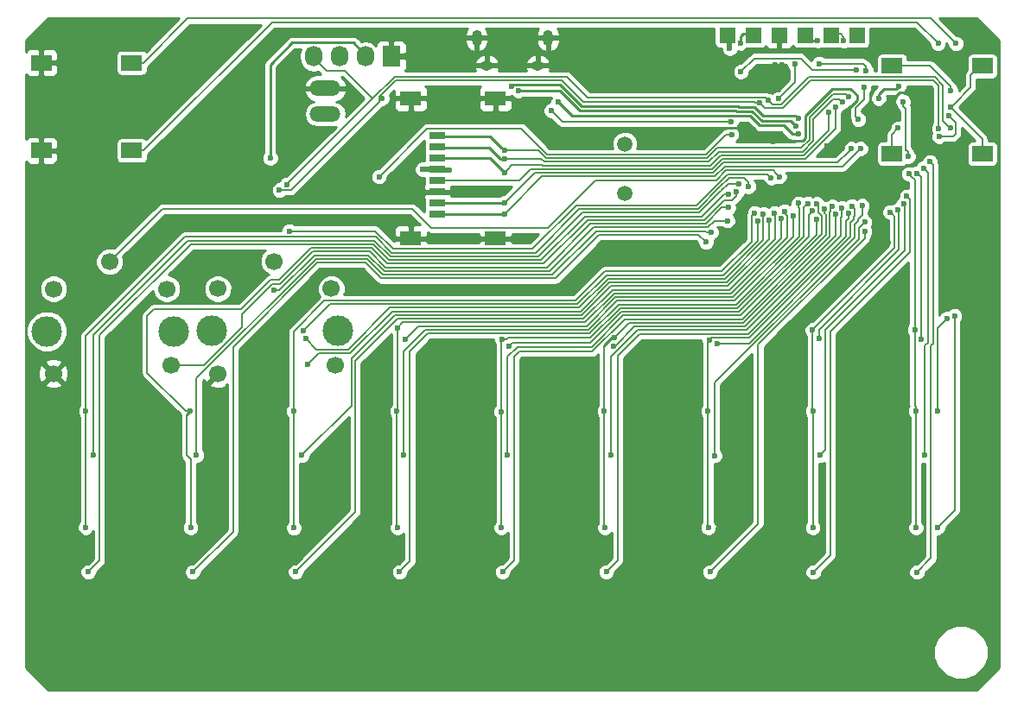
<source format=gbl>
G04 #@! TF.FileFunction,Copper,L2,Bot,Signal*
%FSLAX46Y46*%
G04 Gerber Fmt 4.6, Leading zero omitted, Abs format (unit mm)*
G04 Created by KiCad (PCBNEW 4.0.5-e0-6337~52~ubuntu16.10.1) date Sun Mar 12 18:19:32 2017*
%MOMM*%
%LPD*%
G01*
G04 APERTURE LIST*
%ADD10C,0.100000*%
%ADD11O,3.014980X1.506220*%
%ADD12O,1.250000X0.950000*%
%ADD13O,1.000000X1.550000*%
%ADD14C,1.501140*%
%ADD15R,2.000000X1.500000*%
%ADD16R,2.000000X1.450000*%
%ADD17R,1.500000X0.800000*%
%ADD18C,1.700000*%
%ADD19C,3.000000*%
%ADD20R,1.727200X2.032000*%
%ADD21O,1.727200X2.032000*%
%ADD22R,1.524000X1.600000*%
%ADD23C,0.600000*%
%ADD24C,0.160000*%
%ADD25C,0.250000*%
%ADD26C,0.500000*%
%ADD27C,0.200000*%
%ADD28C,0.254000*%
G04 APERTURE END LIST*
D10*
D11*
X109949200Y-87720000D03*
X109949200Y-85180000D03*
D12*
X130788680Y-82944140D03*
X125788680Y-82944140D03*
D13*
X131788680Y-80244140D03*
X124788680Y-80244140D03*
D14*
X139319000Y-90650060D03*
X139319000Y-95531940D03*
D15*
X174345600Y-83000000D03*
X165495600Y-83000000D03*
X174345600Y-91600000D03*
X165495600Y-91600000D03*
X82143600Y-91287600D03*
X90993600Y-91287600D03*
X82143600Y-82687600D03*
X90993600Y-82687600D03*
D16*
X118338600Y-99923600D03*
X118338600Y-86173600D03*
X126638600Y-99923600D03*
X126638600Y-86173600D03*
D17*
X120938600Y-97543600D03*
X120938600Y-96443600D03*
X120938600Y-95343600D03*
X120938600Y-94243600D03*
X120938600Y-93143600D03*
X120938600Y-92043600D03*
X120938600Y-90943600D03*
X120938600Y-89843600D03*
D18*
X104950000Y-102150000D03*
X110950000Y-112350000D03*
X99450000Y-113150000D03*
X110550000Y-104850000D03*
X99450000Y-104850000D03*
D19*
X98800000Y-109000000D03*
X111200000Y-109000000D03*
D18*
X88824600Y-102166800D03*
X94824600Y-112366800D03*
X83324600Y-113166800D03*
X94424600Y-104866800D03*
X83324600Y-104866800D03*
D19*
X82674600Y-109016800D03*
X95074600Y-109016800D03*
D20*
X116431800Y-82062000D03*
D21*
X113891800Y-82062000D03*
X111351800Y-82062000D03*
X108811800Y-82062000D03*
D22*
X149343200Y-79964000D03*
X151883200Y-79964000D03*
X154423200Y-79964000D03*
X156963200Y-79964000D03*
X159503200Y-79964000D03*
X162043200Y-79964000D03*
D23*
X151444286Y-94809746D03*
X86487000Y-128244600D03*
X86512398Y-116865400D03*
X150266398Y-95326200D03*
X96774000Y-128270000D03*
X96723200Y-116865400D03*
X152033041Y-97410406D03*
X106883204Y-128295400D03*
X106857800Y-116865400D03*
X154966950Y-97253224D03*
X117043202Y-128270000D03*
X117030500Y-108712000D03*
X116992400Y-116865400D03*
X157712888Y-97219474D03*
X127203200Y-128269998D03*
X127177800Y-116890800D03*
X127270012Y-109829598D03*
X167953193Y-93523293D03*
X168360047Y-109830664D03*
X158357660Y-82768160D03*
X162966511Y-83506690D03*
X158178500Y-80492600D03*
X162723012Y-85054631D03*
X162204400Y-88239600D03*
X168567386Y-93010668D03*
X168681400Y-121183400D03*
X158419800Y-121183400D03*
X166623348Y-96521539D03*
X169200000Y-92400000D03*
X167944800Y-132638800D03*
X157784800Y-132638800D03*
X166935694Y-95785021D03*
X148117390Y-121208800D03*
X162813157Y-98298442D03*
X137982790Y-121183400D03*
X160587074Y-96908075D03*
X162814000Y-99237800D03*
X147650200Y-132613400D03*
X137490200Y-132613400D03*
X161219414Y-97463389D03*
X158127612Y-96535352D03*
X127822790Y-121183400D03*
X106188600Y-94619800D03*
X171200000Y-89100000D03*
X153388771Y-86380011D03*
X149441078Y-95566815D03*
X86741000Y-132613400D03*
X156337000Y-96469202D03*
X117637390Y-121183400D03*
X105477400Y-95178600D03*
X115500000Y-86200000D03*
X170069827Y-89142646D03*
X152509444Y-86620022D03*
X158872900Y-96999686D03*
X127330200Y-132613400D03*
X153986500Y-97421145D03*
X107670600Y-121183400D03*
X157231719Y-96491594D03*
X117246400Y-132613400D03*
X154633075Y-97980235D03*
X107061000Y-132613400D03*
X147767496Y-99308747D03*
X97342790Y-121183400D03*
X147269200Y-100279200D03*
X96970600Y-132620000D03*
X150448714Y-94541728D03*
X87208190Y-121183400D03*
X99711600Y-91952800D03*
X100448200Y-91952800D03*
X101210200Y-91927400D03*
X101972200Y-91927400D03*
X154423200Y-79811600D03*
X113100000Y-91900000D03*
X112400000Y-91900000D03*
X111700000Y-91900000D03*
X111000000Y-91900000D03*
X143775000Y-90950000D03*
X139000000Y-102150000D03*
X139700000Y-102150000D03*
X140400000Y-102150000D03*
X141100000Y-102150000D03*
X170600000Y-104400000D03*
X170600000Y-103700000D03*
X170600000Y-103000000D03*
X170600000Y-102300000D03*
X154000000Y-83500000D03*
X154700000Y-83500000D03*
X154000000Y-82900000D03*
X154700000Y-82900000D03*
X151700000Y-89900000D03*
X151100000Y-89400000D03*
X155100000Y-90300000D03*
X153800000Y-89700000D03*
X153900000Y-90400000D03*
X162200000Y-95400000D03*
X162200000Y-94700000D03*
X162200000Y-94000000D03*
X162200000Y-93300000D03*
X111000000Y-95300000D03*
X111700000Y-95300000D03*
X112400000Y-95300000D03*
X113100000Y-95300000D03*
X95700000Y-92200000D03*
X139100000Y-82900000D03*
X138300000Y-82900000D03*
X137600000Y-82900000D03*
X136900000Y-82900000D03*
X145576800Y-89560400D03*
X168325800Y-80788000D03*
X166598600Y-80788000D03*
X174228000Y-88138000D03*
X174228000Y-86487000D03*
X174228000Y-84836000D03*
X145796000Y-83896200D03*
X145796000Y-83185000D03*
X146481800Y-83185000D03*
X146481800Y-83870800D03*
X159131000Y-90855800D03*
X159816800Y-90855800D03*
X159816800Y-91516200D03*
X159131000Y-91516200D03*
X147015200Y-84785200D03*
X149326600Y-84785200D03*
X140589000Y-80187800D03*
X175285400Y-94030800D03*
X175285400Y-95631000D03*
X148158200Y-83820000D03*
X151917400Y-89230200D03*
X150985136Y-96799400D03*
X152069800Y-96139000D03*
X150622000Y-98983800D03*
X151371298Y-88709500D03*
X154432000Y-89916000D03*
X170434000Y-92964000D03*
X170434000Y-92964000D03*
X170434000Y-92202000D03*
X94996000Y-92202000D03*
X174193200Y-81330800D03*
X162756282Y-87419202D03*
X165099445Y-100354232D03*
X126230380Y-80238600D03*
X130345180Y-80264000D03*
X154940000Y-96012000D03*
X165354000Y-80772000D03*
X119583200Y-86207600D03*
X118821200Y-86207600D03*
X168182800Y-90297000D03*
X168447500Y-86949500D03*
X169372500Y-86949500D03*
X169372500Y-86024500D03*
X168447500Y-86024500D03*
X155792855Y-97685428D03*
X117779802Y-109829600D03*
X158072898Y-98000482D03*
X127965200Y-110464600D03*
X159991161Y-97494167D03*
X138205340Y-110444413D03*
X148361400Y-110209594D03*
X162562618Y-96702684D03*
X158318200Y-109753400D03*
X166081772Y-97110364D03*
X156323482Y-89674990D03*
X132800000Y-86500000D03*
X149592122Y-81274640D03*
X104575000Y-92025000D03*
X166165333Y-84986721D03*
X164182085Y-86179348D03*
X119481600Y-93141800D03*
X122148600Y-93192600D03*
X150626712Y-80766641D03*
X162033741Y-83348170D03*
X150688464Y-83559988D03*
X128876894Y-85436450D03*
X156062336Y-88918801D03*
X156287442Y-88151112D03*
X128197627Y-84966116D03*
X159637273Y-96763565D03*
X137363200Y-128270000D03*
X137312400Y-116865400D03*
X138301388Y-109650188D03*
X161558472Y-96738780D03*
X147497800Y-128270000D03*
X147472400Y-116865400D03*
X147590012Y-109849583D03*
X157734000Y-116865400D03*
X165301348Y-97335002D03*
X157734000Y-128270000D03*
X157683200Y-108889800D03*
X167144105Y-93584990D03*
X167718087Y-108866180D03*
X167843200Y-128270000D03*
X167817800Y-116839998D03*
X166574534Y-86484208D03*
X167081200Y-91871800D03*
X149485130Y-96891179D03*
X171616684Y-107496172D03*
X169951400Y-128270000D03*
X169926000Y-116840002D03*
X170865800Y-107772200D03*
X161517768Y-91108972D03*
X127508000Y-96443600D03*
X162409906Y-91100733D03*
X127508000Y-97543600D03*
X127500000Y-91300000D03*
X161263612Y-86026724D03*
X127546799Y-92098642D03*
X160609185Y-86533644D03*
X159961477Y-87031870D03*
X159317021Y-87528400D03*
X127508000Y-93472000D03*
X170002200Y-80797400D03*
X171754800Y-80797400D03*
X171227988Y-87067010D03*
X171227998Y-85415481D03*
X166100000Y-89100000D03*
X170100081Y-89902056D03*
X171069000Y-87909400D03*
X149771398Y-89725011D03*
X115239806Y-93853000D03*
X154450900Y-93848069D03*
X104935221Y-104999845D03*
X149377400Y-98170994D03*
X152313052Y-98196187D03*
X107829978Y-108991400D03*
X106426000Y-99185719D03*
X153658233Y-93956227D03*
X153473063Y-98108965D03*
X108229400Y-112268000D03*
X152854807Y-97508104D03*
X108072869Y-109753648D03*
X156000000Y-82832550D03*
X154377342Y-86211699D03*
X160769300Y-80519491D03*
X149703845Y-88461653D03*
X132100000Y-87375000D03*
D24*
X130561477Y-101315123D02*
X134854074Y-97022526D01*
X134854074Y-97022526D02*
X146470931Y-97022525D01*
X116486842Y-101315123D02*
X130561477Y-101315123D01*
X151020530Y-93961726D02*
X151444286Y-94385482D01*
X149532860Y-93961726D02*
X151020530Y-93961726D01*
X148572732Y-94920724D02*
X148573861Y-94920724D01*
X146470931Y-97022525D02*
X148572732Y-94920724D01*
X114937449Y-99765730D02*
X116486842Y-101315123D01*
X96217848Y-99765730D02*
X114937449Y-99765730D01*
X86512398Y-109471180D02*
X96217848Y-99765730D01*
X148573861Y-94920724D02*
X149532860Y-93961726D01*
X86512398Y-116865400D02*
X86512398Y-109471180D01*
X151444286Y-94385482D02*
X151444286Y-94809746D01*
D25*
X86487000Y-116890798D02*
X86512398Y-116865400D01*
D24*
X86487000Y-128244600D02*
X86487000Y-116890798D01*
X150266398Y-95326200D02*
X150266398Y-95750464D01*
X150266398Y-95750464D02*
X149825868Y-96190994D01*
X149825868Y-96190994D02*
X149008578Y-96190994D01*
X149008578Y-96190994D02*
X147097013Y-98102559D01*
X135683271Y-98102559D02*
X131390674Y-102395156D01*
X147097013Y-98102559D02*
X135683271Y-98102559D01*
X92500000Y-113066464D02*
X96298936Y-116865400D01*
X93139612Y-106859988D02*
X92500000Y-107499600D01*
X108598113Y-100845759D02*
X105443872Y-104000000D01*
X131390674Y-102395156D02*
X116039482Y-102395156D01*
X104605675Y-104000000D02*
X101745687Y-106859988D01*
X105443872Y-104000000D02*
X104605675Y-104000000D01*
X101745687Y-106859988D02*
X93139612Y-106859988D01*
X114490084Y-100845760D02*
X108598113Y-100845759D01*
X116039482Y-102395156D02*
X114490084Y-100845760D01*
X92500000Y-107499600D02*
X92500000Y-113066464D01*
X96298936Y-116865400D02*
X96723200Y-116865400D01*
X96774000Y-128270000D02*
X96774000Y-121539612D01*
X96774000Y-121539612D02*
X96423201Y-121188813D01*
X96423201Y-121188813D02*
X96423201Y-117165399D01*
D25*
X96423201Y-117165399D02*
X96723200Y-116865400D01*
D24*
X151733042Y-100234958D02*
X151733042Y-97710405D01*
X134518401Y-105994199D02*
X137363200Y-103149400D01*
X148818600Y-103149400D02*
X151733042Y-100234958D01*
X151733042Y-97710405D02*
X152033041Y-97410406D01*
X137363200Y-103149400D02*
X148818600Y-103149400D01*
X106857800Y-109016800D02*
X109880401Y-105994199D01*
X106857800Y-116865400D02*
X106857800Y-109016800D01*
X109880401Y-105994199D02*
X134518401Y-105994199D01*
D25*
X106857800Y-128269996D02*
X106883204Y-128295400D01*
D24*
X106857800Y-116865400D02*
X106857800Y-128269996D01*
D25*
X106870500Y-116852700D02*
X106857800Y-116865400D01*
D24*
X149740360Y-105309460D02*
X155213077Y-99836743D01*
X138257931Y-105309461D02*
X149740360Y-105309460D01*
X155213077Y-99836743D02*
X155213077Y-97701833D01*
X155213077Y-97701833D02*
X154966950Y-97455706D01*
X154966950Y-97455706D02*
X154966950Y-97253224D01*
D25*
X116992400Y-128219198D02*
X117043202Y-128270000D01*
D24*
X116992400Y-116865400D02*
X116992400Y-128219198D01*
X135413128Y-108154264D02*
X138257931Y-105309461D01*
X117588236Y-108154264D02*
X135413128Y-108154264D01*
X117030500Y-108712000D02*
X117588236Y-108154264D01*
D25*
X117030500Y-116827300D02*
X116992400Y-116865400D01*
D24*
X117030500Y-108712000D02*
X117030500Y-116827300D01*
X150336847Y-106749501D02*
X157318633Y-99767715D01*
X157318633Y-97613729D02*
X157412889Y-97519473D01*
X157412889Y-97519473D02*
X157712888Y-97219474D01*
X157318633Y-99767715D02*
X157318633Y-97613729D01*
X135954522Y-109649398D02*
X138854418Y-106749502D01*
X138854418Y-106749502D02*
X150336847Y-106749501D01*
D25*
X127177800Y-128244598D02*
X127203200Y-128269998D01*
D24*
X127177800Y-116890800D02*
X127177800Y-128244598D01*
X127270012Y-109829598D02*
X127694276Y-109829598D01*
X127694276Y-109829598D02*
X127874476Y-109649398D01*
X127874476Y-109649398D02*
X135954522Y-109649398D01*
X127177800Y-116890800D02*
X127177800Y-109921810D01*
D25*
X127177800Y-109921810D02*
X127270012Y-109829598D01*
D24*
X168360047Y-109830664D02*
X168360047Y-93930147D01*
X168360047Y-93930147D02*
X168253192Y-93823292D01*
X168253192Y-93823292D02*
X167953193Y-93523293D01*
D25*
X158178500Y-80492600D02*
X157491800Y-80492600D01*
X157491800Y-80492600D02*
X156963200Y-79964000D01*
D24*
X162723012Y-85478895D02*
X162723012Y-85054631D01*
X161904401Y-87101771D02*
X162723012Y-86283160D01*
X162204400Y-88239600D02*
X161904401Y-87939601D01*
X161904401Y-87939601D02*
X161904401Y-87101771D01*
X162723012Y-86283160D02*
X162723012Y-85478895D01*
X162966511Y-83506690D02*
X162966511Y-83082426D01*
X162966511Y-83082426D02*
X162652245Y-82768160D01*
X162652245Y-82768160D02*
X158781924Y-82768160D01*
X158781924Y-82768160D02*
X158357660Y-82768160D01*
X162935827Y-83537374D02*
X162966511Y-83506690D01*
X162935827Y-83571173D02*
X162935827Y-83537374D01*
X168681400Y-121183400D02*
X168681400Y-110434315D01*
X168985049Y-93428331D02*
X168867385Y-93310667D01*
X168681400Y-110434315D02*
X168985049Y-110130666D01*
X168985049Y-110130666D02*
X168985049Y-93428331D01*
X168867385Y-93310667D02*
X168567386Y-93010668D01*
X166779005Y-96677196D02*
X166623348Y-96521539D01*
X158419800Y-121183400D02*
X158978600Y-120624600D01*
X158978600Y-120624600D02*
X158978600Y-108867220D01*
X158978600Y-108867220D02*
X166779005Y-101066815D01*
X166779005Y-101066815D02*
X166779005Y-96677196D01*
X169499999Y-110252127D02*
X169499999Y-92699999D01*
X169316400Y-110435726D02*
X169499999Y-110252127D01*
X169499999Y-92699999D02*
X169200000Y-92400000D01*
X167944800Y-132638800D02*
X169316400Y-131267200D01*
X169316400Y-131267200D02*
X169316400Y-110435726D01*
X159435800Y-109046430D02*
X167249002Y-101233228D01*
X167249002Y-96098329D02*
X167235693Y-96085020D01*
X167249002Y-101233228D02*
X167249002Y-96098329D01*
X157784800Y-132638800D02*
X159435800Y-130987800D01*
X167235693Y-96085020D02*
X166935694Y-95785021D01*
X159435800Y-130987800D02*
X159435800Y-109046430D01*
X148117390Y-114060278D02*
X148117390Y-120784536D01*
X148117390Y-120784536D02*
X148117390Y-121208800D01*
X162813157Y-98298442D02*
X162233998Y-98877601D01*
X162233998Y-98877601D02*
X162233998Y-99943670D01*
X162233998Y-99943670D02*
X148117390Y-114060278D01*
X137982790Y-120759136D02*
X137982790Y-121183400D01*
X140568157Y-108909562D02*
X137982790Y-111494929D01*
X151231578Y-108909562D02*
X140568157Y-108909562D01*
X160493434Y-99647706D02*
X151231578Y-108909562D01*
X160587074Y-97792867D02*
X160493434Y-97886507D01*
X160587074Y-96908075D02*
X160587074Y-97792867D01*
X160493434Y-97886507D02*
X160493434Y-99647706D01*
X137982790Y-111494929D02*
X137982790Y-120759136D01*
X162814000Y-99872800D02*
X162814000Y-99662064D01*
X152374600Y-110312200D02*
X162814000Y-99872800D01*
X147650200Y-132613400D02*
X152374600Y-127889000D01*
X152374600Y-127889000D02*
X152374600Y-110312200D01*
X162814000Y-99662064D02*
X162814000Y-99237800D01*
X161219414Y-97887653D02*
X161219414Y-97463389D01*
X161219414Y-97910094D02*
X161219414Y-97887653D01*
X160943447Y-99706825D02*
X160943447Y-98186061D01*
X140717278Y-109269573D02*
X151380699Y-109269573D01*
X138607800Y-131495800D02*
X138607800Y-111379051D01*
X138607800Y-111379051D02*
X140717278Y-109269573D01*
X160943447Y-98186061D02*
X161219414Y-97910094D01*
X151380699Y-109269573D02*
X160943447Y-99706825D01*
X137490200Y-132613400D02*
X138607800Y-131495800D01*
X158292890Y-97363467D02*
X158292890Y-96700630D01*
X158652900Y-99451712D02*
X158652900Y-97723477D01*
X128767969Y-110549420D02*
X136072764Y-110549420D01*
X150635091Y-107469521D02*
X158652900Y-99451712D01*
X158292890Y-96700630D02*
X158127612Y-96535352D01*
X136072764Y-110549420D02*
X139152662Y-107469522D01*
X127822790Y-111494599D02*
X128767969Y-110549420D01*
X139152662Y-107469522D02*
X150635091Y-107469521D01*
X127822790Y-121183400D02*
X127822790Y-111494599D01*
X158652900Y-97723477D02*
X158292890Y-97363467D01*
X114600000Y-86200000D02*
X116746600Y-84053400D01*
X116746600Y-84053400D02*
X133659600Y-84053400D01*
X133659600Y-84053400D02*
X135686212Y-86080012D01*
X135686212Y-86080012D02*
X153088772Y-86080012D01*
X153088772Y-86080012D02*
X153388771Y-86380011D01*
X114600000Y-86208400D02*
X106488599Y-94319801D01*
X106488599Y-94319801D02*
X106188600Y-94619800D01*
X114600000Y-86200000D02*
X114600000Y-86208400D01*
X114600000Y-86200000D02*
X111900000Y-83500000D01*
X111900000Y-83500000D02*
X110097400Y-83500000D01*
X110097400Y-83500000D02*
X108811800Y-82214400D01*
X108811800Y-82214400D02*
X108811800Y-82062000D01*
X157360743Y-84086700D02*
X169663938Y-84086700D01*
X153800460Y-86791700D02*
X154655743Y-86791700D01*
X170500001Y-88400001D02*
X170900001Y-88800001D01*
X170900001Y-88800001D02*
X171200000Y-89100000D01*
X153388771Y-86380011D02*
X153800460Y-86791700D01*
X154655743Y-86791700D02*
X157360743Y-84086700D01*
X170500001Y-84922763D02*
X170500001Y-88400001D01*
X169663938Y-84086700D02*
X170500001Y-84922763D01*
X86741000Y-132613400D02*
X87833200Y-131521200D01*
X146841081Y-97742548D02*
X149016814Y-95566815D01*
X149016814Y-95566815D02*
X149441078Y-95566815D01*
X87833200Y-131521200D02*
X87833200Y-109423200D01*
X114639206Y-100485750D02*
X116188602Y-102035145D01*
X87833200Y-109423200D02*
X96770651Y-100485749D01*
X96770651Y-100485749D02*
X114639206Y-100485750D01*
X116188602Y-102035145D02*
X131114275Y-102035145D01*
X131114275Y-102035145D02*
X135406872Y-97742548D01*
X135406872Y-97742548D02*
X146841081Y-97742548D01*
X117637390Y-121183400D02*
X117637390Y-110961199D01*
X150038600Y-106029484D02*
X156372857Y-99695227D01*
X119724305Y-108874284D02*
X135711372Y-108874284D01*
X156337000Y-96893466D02*
X156337000Y-96469202D01*
X117637390Y-110961199D02*
X119724305Y-108874284D01*
X156372857Y-99695227D02*
X156372857Y-96929323D01*
X156372857Y-96929323D02*
X156337000Y-96893466D01*
X135711372Y-108874284D02*
X138556172Y-106029484D01*
X138556172Y-106029484D02*
X150038600Y-106029484D01*
X135266157Y-86531620D02*
X133107948Y-84373411D01*
X151996778Y-86531620D02*
X135266157Y-86531620D01*
X152085180Y-86620022D02*
X151996778Y-86531620D01*
X133107948Y-84373411D02*
X116879151Y-84373411D01*
X116879151Y-84373411D02*
X115252562Y-86000000D01*
X152509444Y-86620022D02*
X152085180Y-86620022D01*
X105901664Y-95178600D02*
X105477400Y-95178600D01*
X106606804Y-95178600D02*
X105901664Y-95178600D01*
X115252562Y-86532842D02*
X106606804Y-95178600D01*
X115252562Y-86000000D02*
X115252562Y-86532842D01*
X115300000Y-86000000D02*
X115500000Y-86200000D01*
X115252562Y-86000000D02*
X115300000Y-86000000D01*
X170069827Y-88718382D02*
X170069827Y-89142646D01*
X154788295Y-87111711D02*
X157493295Y-84406711D01*
X153001133Y-87111711D02*
X154788295Y-87111711D01*
X169531386Y-84406711D02*
X170069827Y-84945152D01*
X152509444Y-86620022D02*
X153001133Y-87111711D01*
X157493295Y-84406711D02*
X169531386Y-84406711D01*
X170069827Y-84945152D02*
X170069827Y-88718382D01*
X127330200Y-132613400D02*
X128447800Y-131495800D01*
X159012911Y-97563961D02*
X158872900Y-97423950D01*
X139301785Y-107829531D02*
X150784213Y-107829531D01*
X128954369Y-110999431D02*
X136131885Y-110999431D01*
X128447800Y-111506000D02*
X128954369Y-110999431D01*
X128447800Y-131495800D02*
X128447800Y-111506000D01*
X158872900Y-97423950D02*
X158872900Y-96999686D01*
X150784213Y-107829531D02*
X159012911Y-99600833D01*
X136131885Y-110999431D02*
X139301785Y-107829531D01*
X159012911Y-99600833D02*
X159012911Y-97563961D01*
X154053064Y-97487709D02*
X153986500Y-97421145D01*
X107670600Y-121183400D02*
X112539989Y-116314011D01*
X154053064Y-99951464D02*
X154053064Y-97487709D01*
X149415088Y-104589440D02*
X154053064Y-99951464D01*
X135114885Y-107434243D02*
X137959688Y-104589440D01*
X137959688Y-104589440D02*
X149415088Y-104589440D01*
X116780020Y-107434244D02*
X135114885Y-107434243D01*
X112539989Y-111674275D02*
X116780020Y-107434244D01*
X112539989Y-116314011D02*
X112539989Y-111674275D01*
X156931720Y-96791593D02*
X157231719Y-96491594D01*
X138705293Y-106389495D02*
X150187722Y-106389494D01*
X156866202Y-99711014D02*
X156866202Y-96857111D01*
X156866202Y-96857111D02*
X156931720Y-96791593D01*
X135860494Y-109234294D02*
X138705293Y-106389495D01*
X120000705Y-109234295D02*
X135860494Y-109234294D01*
X118262400Y-131597400D02*
X118262400Y-110972600D01*
X150187722Y-106389494D02*
X156866202Y-99711014D01*
X118262400Y-110972600D02*
X120000705Y-109234295D01*
X117246400Y-132613400D02*
X118262400Y-131597400D01*
X112900000Y-111950675D02*
X117056420Y-107794255D01*
X107061000Y-132613400D02*
X112900000Y-126774400D01*
X138108809Y-104949451D02*
X149591238Y-104949450D01*
X135264007Y-107794253D02*
X138108809Y-104949451D01*
X117056420Y-107794255D02*
X135264007Y-107794253D01*
X112900000Y-126774400D02*
X112900000Y-111950675D01*
X149591238Y-104949450D02*
X154633075Y-99907613D01*
X154633075Y-98404499D02*
X154633075Y-97980235D01*
X154633075Y-99907613D02*
X154633075Y-98404499D01*
X114042722Y-101925790D02*
X115592121Y-103475189D01*
X97342790Y-113628478D02*
X109045479Y-101925789D01*
X147343232Y-99308747D02*
X147767496Y-99308747D01*
X132219875Y-103475189D02*
X136512475Y-99182589D01*
X115592121Y-103475189D02*
X132219875Y-103475189D01*
X109045479Y-101925789D02*
X114042722Y-101925790D01*
X97342790Y-121183400D02*
X97342790Y-113628478D01*
X147217074Y-99182589D02*
X147343232Y-99308747D01*
X136512475Y-99182589D02*
X147217074Y-99182589D01*
X96970600Y-132620000D02*
X100941401Y-128649199D01*
X100941401Y-128649199D02*
X100941401Y-110538999D01*
X132496276Y-103835200D02*
X136788876Y-99542600D01*
X146532600Y-99542600D02*
X147269200Y-100279200D01*
X115443000Y-103835200D02*
X132496276Y-103835200D01*
X109194600Y-102285800D02*
X113893600Y-102285800D01*
X113893600Y-102285800D02*
X115443000Y-103835200D01*
X100941401Y-110538999D02*
X109194600Y-102285800D01*
X136788876Y-99542600D02*
X146532600Y-99542600D01*
X87208190Y-109411799D02*
X96494249Y-100125740D01*
X148722982Y-95280735D02*
X149461990Y-94541728D01*
X130837876Y-101675134D02*
X135130473Y-97382537D01*
X87208190Y-121183400D02*
X87208190Y-109411799D01*
X96494249Y-100125740D02*
X114788327Y-100125740D01*
X114788327Y-100125740D02*
X116337721Y-101675134D01*
X116337721Y-101675134D02*
X130837876Y-101675134D01*
X135130473Y-97382537D02*
X146620051Y-97382537D01*
X146620051Y-97382537D02*
X148721853Y-95280735D01*
X148721853Y-95280735D02*
X148722982Y-95280735D01*
X149461990Y-94541728D02*
X150024450Y-94541728D01*
X150024450Y-94541728D02*
X150448714Y-94541728D01*
D25*
X100448200Y-91952800D02*
X99711600Y-91952800D01*
X101972200Y-91927400D02*
X101210200Y-91927400D01*
D26*
X154436800Y-79811600D02*
X154423200Y-79811600D01*
X154444700Y-79819500D02*
X154436800Y-79811600D01*
D25*
X160595400Y-87838000D02*
X160595400Y-90077200D01*
X160595400Y-90077200D02*
X159816800Y-90855800D01*
X162068600Y-86364800D02*
X160595400Y-87838000D01*
X162068600Y-85882200D02*
X162068600Y-86364800D01*
X161408200Y-85221800D02*
X162068600Y-85882200D01*
X159655600Y-85221800D02*
X161408200Y-85221800D01*
X156988600Y-87888800D02*
X159655600Y-85221800D01*
X156988600Y-90047800D02*
X156988600Y-87888800D01*
X156736400Y-90300000D02*
X156988600Y-90047800D01*
X155100000Y-90300000D02*
X156736400Y-90300000D01*
X150800001Y-89100001D02*
X146787199Y-89100001D01*
X146326800Y-89560400D02*
X145576800Y-89560400D01*
X151100000Y-89400000D02*
X150800001Y-89100001D01*
X146787199Y-89100001D02*
X146326800Y-89560400D01*
X112400000Y-91900000D02*
X113100000Y-91900000D01*
X111000000Y-91900000D02*
X111700000Y-91900000D01*
D27*
X145576800Y-89560400D02*
X145576800Y-89685400D01*
X145576800Y-89685400D02*
X144312200Y-90950000D01*
X144312200Y-90950000D02*
X143775000Y-90950000D01*
D26*
X116431800Y-82062000D02*
X117795400Y-82062000D01*
X117795400Y-82062000D02*
X118444860Y-81412540D01*
X118444860Y-81412540D02*
X123770900Y-81412540D01*
X123788680Y-80244140D02*
X124788680Y-80244140D01*
D25*
X140400000Y-102150000D02*
X139700000Y-102150000D01*
X141829400Y-102108800D02*
X141141200Y-102108800D01*
X141141200Y-102108800D02*
X141100000Y-102150000D01*
X170600000Y-103700000D02*
X170600000Y-104400000D01*
X170600000Y-102300000D02*
X170600000Y-103000000D01*
X154700000Y-83500000D02*
X154000000Y-83500000D01*
X154700000Y-83000000D02*
X154000000Y-83000000D01*
X151371298Y-88709500D02*
X151371298Y-89128702D01*
X151371298Y-89128702D02*
X151100000Y-89400000D01*
X154432000Y-89916000D02*
X154016000Y-89916000D01*
X154016000Y-89916000D02*
X153800000Y-89700000D01*
X162200000Y-94700000D02*
X162200000Y-95400000D01*
X162200000Y-93300000D02*
X162200000Y-94000000D01*
X112400000Y-95300000D02*
X111700000Y-95300000D01*
X120938600Y-95343600D02*
X113143600Y-95343600D01*
X113143600Y-95343600D02*
X113100000Y-95300000D01*
D26*
X138300000Y-82900000D02*
X139100000Y-82900000D01*
X136900000Y-82900000D02*
X137600000Y-82900000D01*
D27*
X145796000Y-83185000D02*
X145796000Y-83896200D01*
X146481800Y-83870800D02*
X146481800Y-83185000D01*
D26*
X159766000Y-90855800D02*
X159131000Y-90855800D01*
X159131000Y-91516200D02*
X159740600Y-91516200D01*
X159740600Y-91516200D02*
X159766000Y-91490800D01*
D25*
X152577798Y-89916000D02*
X151671297Y-89009499D01*
X151671297Y-89009499D02*
X151371298Y-88709500D01*
X154432000Y-89916000D02*
X152577798Y-89916000D01*
D26*
X170434000Y-92964000D02*
X172618400Y-92964000D01*
X172618400Y-92964000D02*
X175285400Y-95631000D01*
D27*
X163749618Y-82376382D02*
X163428146Y-82376382D01*
X165354000Y-80772000D02*
X163749618Y-82376382D01*
D25*
X167322222Y-85611722D02*
X166216578Y-85611722D01*
X163180546Y-87419202D02*
X162756282Y-87419202D01*
X166216578Y-85611722D02*
X164409098Y-87419202D01*
X168447500Y-86024500D02*
X167735000Y-86024500D01*
X167735000Y-86024500D02*
X167322222Y-85611722D01*
X164409098Y-87419202D02*
X163180546Y-87419202D01*
D26*
X170434000Y-92964000D02*
X171196000Y-92964000D01*
X170434000Y-92202000D02*
X171196000Y-92202000D01*
X131788680Y-80244140D02*
X130365040Y-80244140D01*
X130365040Y-80244140D02*
X130345180Y-80264000D01*
D24*
X117779802Y-109829600D02*
X119095127Y-108514275D01*
X149889482Y-105669470D02*
X155792855Y-99766097D01*
X155792855Y-98109692D02*
X155792855Y-97685428D01*
X135562250Y-108514274D02*
X138407054Y-105669470D01*
X138407054Y-105669470D02*
X149889482Y-105669470D01*
X155792855Y-99766097D02*
X155792855Y-98109692D01*
X119095127Y-108514275D02*
X135562250Y-108514274D01*
X158072898Y-99522582D02*
X158072898Y-98424746D01*
X127965200Y-110464600D02*
X128265199Y-110164601D01*
X135948451Y-110164601D02*
X139003541Y-107109511D01*
X150485969Y-107109511D02*
X158072898Y-99522582D01*
X158072898Y-98424746D02*
X158072898Y-98000482D01*
X128265199Y-110164601D02*
X135948451Y-110164601D01*
X139003541Y-107109511D02*
X150485969Y-107109511D01*
X159991161Y-97918431D02*
X159991161Y-97494167D01*
X151082455Y-108549553D02*
X159991161Y-99640847D01*
X138340167Y-110444413D02*
X140235027Y-108549553D01*
X138205340Y-110444413D02*
X138340167Y-110444413D01*
X159991161Y-99640847D02*
X159991161Y-97918431D01*
X140235027Y-108549553D02*
X151082455Y-108549553D01*
X148785664Y-110209594D02*
X148361400Y-110209594D01*
X161843469Y-99825067D02*
X151458942Y-110209594D01*
X151458942Y-110209594D02*
X148785664Y-110209594D01*
X162188155Y-97998440D02*
X162188155Y-98214175D01*
X162562618Y-97623977D02*
X162188155Y-97998440D01*
X162562618Y-96702684D02*
X162562618Y-97623977D01*
X162188155Y-98214175D02*
X161843469Y-98558861D01*
X161843469Y-98558861D02*
X161843469Y-99825067D01*
X158318200Y-109753400D02*
X158318200Y-108891210D01*
X166174457Y-97203049D02*
X166081772Y-97110364D01*
X158318200Y-108891210D02*
X166174457Y-101034953D01*
X166174457Y-101034953D02*
X166174457Y-97203049D01*
D25*
X155899218Y-89674990D02*
X156323482Y-89674990D01*
X154902625Y-88850224D02*
X155727391Y-89674990D01*
X150003846Y-87836652D02*
X150083783Y-87916589D01*
X132800000Y-86500000D02*
X134136652Y-87836652D01*
X134136652Y-87836652D02*
X150003846Y-87836652D01*
X151608185Y-87916589D02*
X152541820Y-88850224D01*
X150083783Y-87916589D02*
X151608185Y-87916589D01*
X155727391Y-89674990D02*
X155899218Y-89674990D01*
X152541820Y-88850224D02*
X154902625Y-88850224D01*
D26*
X149592122Y-80850376D02*
X149592122Y-81274640D01*
X149592122Y-80046922D02*
X149592122Y-80850376D01*
X149364700Y-79819500D02*
X149592122Y-80046922D01*
D25*
X104575000Y-82879490D02*
X104575000Y-91600736D01*
X112703190Y-80720990D02*
X106733500Y-80720990D01*
X113891800Y-82062000D02*
X113891800Y-81909600D01*
X113891800Y-81909600D02*
X112703190Y-80720990D01*
X106733500Y-80720990D02*
X104575000Y-82879490D01*
X104575000Y-91600736D02*
X104575000Y-92025000D01*
X164182085Y-86179348D02*
X164182085Y-85779315D01*
X164182085Y-85779315D02*
X164674680Y-85286720D01*
X164674680Y-85286720D02*
X165865334Y-85286720D01*
X165865334Y-85286720D02*
X166165333Y-84986721D01*
D26*
X149364700Y-79819500D02*
X149364700Y-80544411D01*
X120913200Y-93169000D02*
X122125000Y-93169000D01*
X122125000Y-93169000D02*
X122148600Y-93192600D01*
X119481600Y-93141800D02*
X120886000Y-93141800D01*
X120886000Y-93141800D02*
X120913200Y-93169000D01*
D25*
X119508800Y-93169000D02*
X119481600Y-93141800D01*
X150626712Y-80085488D02*
X150626712Y-80342377D01*
X150892700Y-79819500D02*
X150626712Y-80085488D01*
X150626712Y-80342377D02*
X150626712Y-80766641D01*
X151904700Y-79819500D02*
X150892700Y-79819500D01*
D24*
X157655870Y-83348170D02*
X161609477Y-83348170D01*
X161609477Y-83348170D02*
X162033741Y-83348170D01*
X156560240Y-82252540D02*
X157655870Y-83348170D01*
X150688464Y-83559988D02*
X151995912Y-82252540D01*
X151995912Y-82252540D02*
X156560240Y-82252540D01*
D25*
X129301158Y-85436450D02*
X128876894Y-85436450D01*
X134911995Y-87386641D02*
X132961804Y-85436450D01*
X150270183Y-87466578D02*
X150190246Y-87386641D01*
X150190246Y-87386641D02*
X134911995Y-87386641D01*
X156062336Y-88918801D02*
X155543748Y-88400213D01*
X155543748Y-88400213D02*
X152728220Y-88400213D01*
X152728220Y-88400213D02*
X151794585Y-87466578D01*
X151794585Y-87466578D02*
X150270183Y-87466578D01*
X132961804Y-85436450D02*
X129301158Y-85436450D01*
X128197627Y-84966116D02*
X128352303Y-84811440D01*
X128352303Y-84811440D02*
X132973205Y-84811440D01*
X150456583Y-87016567D02*
X151980985Y-87016567D01*
X135098395Y-86936630D02*
X150376646Y-86936630D01*
X132973205Y-84811440D02*
X135098395Y-86936630D01*
X150376646Y-86936630D02*
X150456583Y-87016567D01*
X151980985Y-87016567D02*
X152815531Y-87851113D01*
X152815531Y-87851113D02*
X155987443Y-87851113D01*
X155987443Y-87851113D02*
X156287442Y-88151112D01*
D24*
X159452902Y-97278088D02*
X159452902Y-96947936D01*
X159372920Y-99749956D02*
X159372920Y-97358070D01*
X159372920Y-97358070D02*
X159452902Y-97278088D01*
X159452902Y-96947936D02*
X159637273Y-96763565D01*
X137312400Y-116865400D02*
X137312400Y-128219200D01*
D25*
X137312400Y-128219200D02*
X137363200Y-128270000D01*
D24*
X137312400Y-116865400D02*
X137312400Y-110391688D01*
X139762034Y-108189542D02*
X150933335Y-108189541D01*
X150933335Y-108189541D02*
X159372920Y-99749956D01*
X138301388Y-109650188D02*
X139762034Y-108189542D01*
D25*
X137312400Y-110391688D02*
X138053900Y-109650188D01*
X138053900Y-109650188D02*
X138301388Y-109650188D01*
D24*
X161558472Y-96738780D02*
X161858471Y-97038779D01*
X161858471Y-97691713D02*
X161738144Y-97812040D01*
X161858471Y-97038779D02*
X161858471Y-97691713D01*
X147472400Y-116865400D02*
X147472400Y-128244600D01*
D25*
X147472400Y-128244600D02*
X147497800Y-128270000D01*
D24*
X161393458Y-98372461D02*
X161393458Y-99765946D01*
X161738144Y-97812040D02*
X161738144Y-98027775D01*
D25*
X147472400Y-109967195D02*
X147590012Y-109849583D01*
D24*
X147472400Y-116865400D02*
X147472400Y-109967195D01*
X147810011Y-109629584D02*
X147590012Y-109849583D01*
X161393458Y-99765946D02*
X151529820Y-109629584D01*
X161738144Y-98027775D02*
X161393458Y-98372461D01*
X151529820Y-109629584D02*
X147810011Y-109629584D01*
X165601347Y-97635001D02*
X165301348Y-97335002D01*
X165724446Y-97758100D02*
X165601347Y-97635001D01*
X165724446Y-100848554D02*
X165724446Y-97758100D01*
X157683200Y-108889800D02*
X157683200Y-116814600D01*
X157683200Y-116814600D02*
X157734000Y-116865400D01*
X157683200Y-108889800D02*
X165724446Y-100848554D01*
X157734000Y-116865400D02*
X157734000Y-128270000D01*
X167444104Y-93884989D02*
X167144105Y-93584990D01*
X167718087Y-116316021D02*
X167718087Y-109290444D01*
X167718087Y-94158972D02*
X167444104Y-93884989D01*
X167718087Y-108866180D02*
X167718087Y-94158972D01*
X167718087Y-109290444D02*
X167718087Y-108866180D01*
X167817800Y-116415734D02*
X167718087Y-116316021D01*
X167817800Y-116839998D02*
X167817800Y-116415734D01*
X167843200Y-116865398D02*
X167817800Y-116839998D01*
X167843200Y-128270000D02*
X167843200Y-116865398D01*
X166847799Y-87181737D02*
X166574534Y-86908472D01*
X166574534Y-86908472D02*
X166574534Y-86484208D01*
X166847799Y-90982800D02*
X166847799Y-87181737D01*
X166847799Y-90982800D02*
X166847799Y-91241601D01*
X167081200Y-91871800D02*
X167081200Y-91447536D01*
X167081200Y-91447536D02*
X166847799Y-91214135D01*
X166847799Y-91214135D02*
X166847799Y-90982800D01*
X105564894Y-104388111D02*
X104726696Y-104388111D01*
X148817530Y-96891179D02*
X147246139Y-98462570D01*
X147246139Y-98462570D02*
X135959669Y-98462570D01*
X149485130Y-96891179D02*
X148817530Y-96891179D01*
X131667072Y-102755167D02*
X115890360Y-102755166D01*
X135959669Y-98462570D02*
X131667072Y-102755167D01*
X115890360Y-102755166D02*
X114340963Y-101205770D01*
X101793208Y-108641194D02*
X98067602Y-112366800D01*
X104726696Y-104388111D02*
X101793208Y-107321599D01*
X101793208Y-107321599D02*
X101793208Y-108641194D01*
X114340963Y-101205770D02*
X108747235Y-101205770D01*
X98067602Y-112366800D02*
X96026681Y-112366800D01*
X96026681Y-112366800D02*
X94824600Y-112366800D01*
X108747235Y-101205770D02*
X105564894Y-104388111D01*
X171616684Y-107496172D02*
X171616684Y-126604716D01*
X171616684Y-126604716D02*
X170251399Y-127970001D01*
X170251399Y-127970001D02*
X169951400Y-128270000D01*
X170865800Y-107772200D02*
X169926000Y-108712000D01*
X169926000Y-116415738D02*
X169926000Y-116840002D01*
X169926000Y-108712000D02*
X169926000Y-116415738D01*
X161217769Y-91408971D02*
X161517768Y-91108972D01*
X147977373Y-93480684D02*
X148984414Y-92473644D01*
X130470916Y-93480684D02*
X147977373Y-93480684D01*
X127508000Y-96443600D02*
X130470916Y-93480684D01*
X148984414Y-92473644D02*
X160153096Y-92473644D01*
X160153096Y-92473644D02*
X161217769Y-91408971D01*
D25*
X127508000Y-96443600D02*
X127000000Y-96443600D01*
X127000000Y-96443600D02*
X120938600Y-96443600D01*
D24*
X148126494Y-93840695D02*
X131210905Y-93840695D01*
X131210905Y-93840695D02*
X127807999Y-97243601D01*
X162409906Y-91100733D02*
X160673944Y-92836695D01*
X149130495Y-92836695D02*
X148126494Y-93840695D01*
X160673944Y-92836695D02*
X149130495Y-92836695D01*
X127807999Y-97243601D02*
X127508000Y-97543600D01*
D25*
X127508000Y-97543600D02*
X120938600Y-97543600D01*
D24*
X131561910Y-92040642D02*
X130821268Y-91300000D01*
X160963613Y-85726725D02*
X159723447Y-85726725D01*
X130821268Y-91300000D02*
X127924264Y-91300000D01*
X156575572Y-91033600D02*
X148387932Y-91033600D01*
X157393611Y-90215561D02*
X156575572Y-91033600D01*
X157393611Y-88056561D02*
X157393611Y-90215561D01*
X161263612Y-86026724D02*
X160963613Y-85726725D01*
X127924264Y-91300000D02*
X127500000Y-91300000D01*
X147380890Y-92040642D02*
X131561910Y-92040642D01*
X159723447Y-85726725D02*
X157393611Y-88056561D01*
X148387932Y-91033600D02*
X147380890Y-92040642D01*
D25*
X120913200Y-89869000D02*
X126069000Y-89869000D01*
X127200001Y-91000001D02*
X127500000Y-91300000D01*
X126069000Y-89869000D02*
X127200001Y-91000001D01*
D24*
X131110778Y-92098642D02*
X127971063Y-92098642D01*
X148537053Y-91393611D02*
X147530011Y-92400653D01*
X147530011Y-92400653D02*
X131412788Y-92400652D01*
X157753621Y-90364683D02*
X156724693Y-91393611D01*
X131412788Y-92400652D02*
X131110778Y-92098642D01*
X160609185Y-86533644D02*
X160309186Y-86233645D01*
X159725659Y-86233645D02*
X157753622Y-88205682D01*
X157753622Y-88205682D02*
X157753621Y-90364683D01*
X160309186Y-86233645D02*
X159725659Y-86233645D01*
X156724693Y-91393611D02*
X148537053Y-91393611D01*
X127971063Y-92098642D02*
X127546799Y-92098642D01*
D25*
X125992893Y-90969000D02*
X127122535Y-92098642D01*
X127122535Y-92098642D02*
X127546799Y-92098642D01*
X120913200Y-90969000D02*
X125992893Y-90969000D01*
D24*
X147828252Y-93120673D02*
X130119927Y-93120673D01*
X148835294Y-92113633D02*
X147828252Y-93120673D01*
X157022935Y-92113633D02*
X148835294Y-92113633D01*
X130119927Y-93120673D02*
X128997000Y-94243600D01*
X159961477Y-87031870D02*
X159961477Y-89175091D01*
X159961477Y-89175091D02*
X157022935Y-92113633D01*
X121848600Y-94243600D02*
X120938600Y-94243600D01*
X128997000Y-94243600D02*
X121848600Y-94243600D01*
X128235778Y-92744222D02*
X127807999Y-93172001D01*
X147679131Y-92760663D02*
X131263666Y-92760662D01*
X131247226Y-92744222D02*
X128235778Y-92744222D01*
X127807999Y-93172001D02*
X127508000Y-93472000D01*
X159317021Y-89310415D02*
X156873814Y-91753622D01*
X131263666Y-92760662D02*
X131247226Y-92744222D01*
X148686174Y-91753622D02*
X147679131Y-92760663D01*
X156873814Y-91753622D02*
X148686174Y-91753622D01*
X159317021Y-87528400D02*
X159317021Y-89310415D01*
D25*
X127508000Y-93472000D02*
X126079600Y-92043600D01*
X126079600Y-92043600D02*
X120938600Y-92043600D01*
D24*
X104742789Y-78698411D02*
X92153600Y-91287600D01*
X167903211Y-78698411D02*
X104742789Y-78698411D01*
X170002200Y-80797400D02*
X167903211Y-78698411D01*
X92153600Y-91287600D02*
X90993600Y-91287600D01*
X169295800Y-78338400D02*
X96502800Y-78338400D01*
X171754800Y-80797400D02*
X169295800Y-78338400D01*
X96502800Y-78338400D02*
X92153600Y-82687600D01*
X92153600Y-82687600D02*
X90993600Y-82687600D01*
X173185600Y-85109398D02*
X171527987Y-86767011D01*
X173185600Y-83910000D02*
X173185600Y-85109398D01*
X171527987Y-86767011D02*
X171227988Y-87067010D01*
X174095600Y-83000000D02*
X173185600Y-83910000D01*
X174345600Y-83000000D02*
X174095600Y-83000000D01*
X174345600Y-91600000D02*
X174345600Y-90184622D01*
X171527987Y-87367009D02*
X171227988Y-87067010D01*
X174345600Y-90184622D02*
X171527987Y-87367009D01*
X171227998Y-85415481D02*
X171227998Y-84991217D01*
X171227998Y-84991217D02*
X169236781Y-83000000D01*
X169236781Y-83000000D02*
X169029800Y-83000000D01*
X169029800Y-83000000D02*
X165495600Y-83000000D01*
X166100000Y-89100000D02*
X165495600Y-89704400D01*
X165495600Y-89704400D02*
X165495600Y-91600000D01*
X171740002Y-89659998D02*
X171497944Y-89902056D01*
X171497944Y-89902056D02*
X170100081Y-89902056D01*
X171740002Y-89359202D02*
X171740002Y-89659998D01*
X171740002Y-88580402D02*
X171740002Y-89359202D01*
X171069000Y-87909400D02*
X171740002Y-88580402D01*
X165745600Y-91600000D02*
X165495600Y-91600000D01*
X119938806Y-89154000D02*
X129184400Y-89154000D01*
X147231769Y-91680631D02*
X149187389Y-89725011D01*
X129184400Y-89154000D02*
X131711031Y-91680631D01*
X149347134Y-89725011D02*
X149771398Y-89725011D01*
X131711031Y-91680631D02*
X147231769Y-91680631D01*
X149187389Y-89725011D02*
X149347134Y-89725011D01*
X115239806Y-93853000D02*
X119938806Y-89154000D01*
X153844535Y-93241704D02*
X154150901Y-93548070D01*
X149234618Y-93241704D02*
X153844535Y-93241704D01*
X154150901Y-93548070D02*
X154450900Y-93848069D01*
X120373599Y-98873599D02*
X131759533Y-98873599D01*
X118500000Y-97000000D02*
X120373599Y-98873599D01*
X93991400Y-97000000D02*
X118500000Y-97000000D01*
X88824600Y-102166800D02*
X93991400Y-97000000D01*
X131759533Y-98873599D02*
X136432427Y-94200705D01*
X136432427Y-94200705D02*
X148275616Y-94200705D01*
X148275616Y-94200705D02*
X149234618Y-93241704D01*
X105359485Y-104999845D02*
X104935221Y-104999845D01*
X108896357Y-101565779D02*
X105462291Y-104999845D01*
X105462291Y-104999845D02*
X105359485Y-104999845D01*
X149377400Y-98170994D02*
X148075045Y-98170994D01*
X114191842Y-101565780D02*
X108896357Y-101565779D01*
X148075045Y-98170994D02*
X147423460Y-98822579D01*
X131943473Y-103115178D02*
X115741242Y-103115178D01*
X136236072Y-98822579D02*
X131943473Y-103115178D01*
X115741242Y-103115178D02*
X114191842Y-101565780D01*
X147423460Y-98822579D02*
X136236072Y-98822579D01*
X107829978Y-108991400D02*
X110467168Y-106354210D01*
X148967722Y-103509410D02*
X152313052Y-100164080D01*
X152313052Y-100164080D02*
X152313052Y-98620451D01*
X110467168Y-106354210D02*
X134667522Y-106354210D01*
X134667522Y-106354210D02*
X137512321Y-103509411D01*
X137512321Y-103509411D02*
X148967722Y-103509410D01*
X152313052Y-98620451D02*
X152313052Y-98196187D01*
X106850264Y-99185719D02*
X106426000Y-99185719D01*
X146321809Y-96662515D02*
X134543525Y-96662515D01*
X116635963Y-100955112D02*
X114866570Y-99185719D01*
X130250928Y-100955112D02*
X116635963Y-100955112D01*
X114866570Y-99185719D02*
X106850264Y-99185719D01*
X134543525Y-96662515D02*
X130250928Y-100955112D01*
X148424738Y-94560715D02*
X148423609Y-94560715D01*
X153658233Y-93956227D02*
X153303721Y-93601715D01*
X149383739Y-93601715D02*
X148424738Y-94560715D01*
X153303721Y-93601715D02*
X149383739Y-93601715D01*
X148423609Y-94560715D02*
X146321809Y-96662515D01*
X108229400Y-112268000D02*
X109297400Y-111200000D01*
X109297400Y-111200000D02*
X112377853Y-111200000D01*
X112377853Y-111200000D02*
X116503620Y-107074233D01*
X116503620Y-107074233D02*
X134965763Y-107074233D01*
X134965763Y-107074233D02*
X137810565Y-104229431D01*
X137810565Y-104229431D02*
X149265966Y-104229430D01*
X149265966Y-104229430D02*
X153473063Y-100022333D01*
X153473063Y-98533229D02*
X153473063Y-98108965D01*
X153473063Y-100022333D02*
X153473063Y-98533229D01*
X108072869Y-109753648D02*
X109119221Y-110800000D01*
X109119221Y-110800000D02*
X112200000Y-110800000D01*
X112200000Y-110800000D02*
X116285780Y-106714220D01*
X116285780Y-106714220D02*
X134816644Y-106714220D01*
X134816644Y-106714220D02*
X137661444Y-103869420D01*
X137661444Y-103869420D02*
X149116844Y-103869420D01*
X149116844Y-103869420D02*
X152893053Y-100093211D01*
X152893053Y-100093211D02*
X152893053Y-97970614D01*
X152893053Y-97970614D02*
X152854807Y-97932368D01*
X152854807Y-97932368D02*
X152854807Y-97508104D01*
X156000000Y-83256814D02*
X156000000Y-82832550D01*
X156000000Y-84589041D02*
X156000000Y-83256814D01*
X154377342Y-86211699D02*
X156000000Y-84589041D01*
X160769300Y-80142100D02*
X160769300Y-80519491D01*
X160446700Y-79819500D02*
X160769300Y-80142100D01*
X159524700Y-79819500D02*
X160446700Y-79819500D01*
X133186653Y-88461653D02*
X149279581Y-88461653D01*
X132100000Y-87375000D02*
X133186653Y-88461653D01*
X149279581Y-88461653D02*
X149703845Y-88461653D01*
D28*
G36*
X92394840Y-81587932D02*
X92378758Y-81562940D01*
X92202649Y-81442610D01*
X91993600Y-81400276D01*
X89993600Y-81400276D01*
X89798306Y-81437023D01*
X89618940Y-81552442D01*
X89498610Y-81728551D01*
X89456276Y-81937600D01*
X89456276Y-83437600D01*
X89493023Y-83632894D01*
X89608442Y-83812260D01*
X89784551Y-83932590D01*
X89993600Y-83974924D01*
X91993600Y-83974924D01*
X92188894Y-83938177D01*
X92368260Y-83822758D01*
X92488590Y-83646649D01*
X92530924Y-83437600D01*
X92530924Y-83151486D01*
X92582814Y-83116814D01*
X96754228Y-78945400D01*
X103637372Y-78945400D01*
X92394840Y-90187932D01*
X92378758Y-90162940D01*
X92202649Y-90042610D01*
X91993600Y-90000276D01*
X89993600Y-90000276D01*
X89798306Y-90037023D01*
X89618940Y-90152442D01*
X89498610Y-90328551D01*
X89456276Y-90537600D01*
X89456276Y-92037600D01*
X89493023Y-92232894D01*
X89608442Y-92412260D01*
X89784551Y-92532590D01*
X89993600Y-92574924D01*
X91993600Y-92574924D01*
X92188894Y-92538177D01*
X92368260Y-92422758D01*
X92488590Y-92246649D01*
X92530924Y-92037600D01*
X92530924Y-91751486D01*
X92582814Y-91716814D01*
X104994217Y-79305411D01*
X123883149Y-79305411D01*
X123788678Y-79417462D01*
X123653680Y-79842140D01*
X123653680Y-80117140D01*
X124661680Y-80117140D01*
X124661680Y-80097140D01*
X124915680Y-80097140D01*
X124915680Y-80117140D01*
X125923680Y-80117140D01*
X125923680Y-79842140D01*
X125788682Y-79417462D01*
X125694211Y-79305411D01*
X130883149Y-79305411D01*
X130788678Y-79417462D01*
X130653680Y-79842140D01*
X130653680Y-80117140D01*
X131661680Y-80117140D01*
X131661680Y-80097140D01*
X131915680Y-80097140D01*
X131915680Y-80117140D01*
X132923680Y-80117140D01*
X132923680Y-79842140D01*
X132788682Y-79417462D01*
X132694211Y-79305411D01*
X148043876Y-79305411D01*
X148043876Y-80764000D01*
X148080623Y-80959294D01*
X148196042Y-81138660D01*
X148372151Y-81258990D01*
X148581200Y-81301324D01*
X148765099Y-81301324D01*
X148764979Y-81438419D01*
X148890617Y-81742486D01*
X149123052Y-81975328D01*
X149426900Y-82101496D01*
X149755901Y-82101783D01*
X150059968Y-81976145D01*
X150292810Y-81743710D01*
X150370817Y-81555847D01*
X150461490Y-81593497D01*
X150790491Y-81593784D01*
X151094558Y-81468146D01*
X151261672Y-81301324D01*
X152645200Y-81301324D01*
X152840494Y-81264577D01*
X153019860Y-81149158D01*
X153090559Y-81045686D01*
X153122873Y-81123698D01*
X153301501Y-81302327D01*
X153534890Y-81399000D01*
X154137450Y-81399000D01*
X154296200Y-81240250D01*
X154296200Y-80091000D01*
X154276200Y-80091000D01*
X154276200Y-79837000D01*
X154296200Y-79837000D01*
X154296200Y-79817000D01*
X154550200Y-79817000D01*
X154550200Y-79837000D01*
X154570200Y-79837000D01*
X154570200Y-80091000D01*
X154550200Y-80091000D01*
X154550200Y-81240250D01*
X154708950Y-81399000D01*
X155311510Y-81399000D01*
X155544899Y-81302327D01*
X155723527Y-81123698D01*
X155755987Y-81045332D01*
X155816042Y-81138660D01*
X155992151Y-81258990D01*
X156201200Y-81301324D01*
X157725200Y-81301324D01*
X157893394Y-81269676D01*
X158013278Y-81319456D01*
X158342279Y-81319743D01*
X158516008Y-81247960D01*
X158532151Y-81258990D01*
X158741200Y-81301324D01*
X160265200Y-81301324D01*
X160423787Y-81271484D01*
X160604078Y-81346347D01*
X160933079Y-81346634D01*
X161121169Y-81268917D01*
X161281200Y-81301324D01*
X162805200Y-81301324D01*
X163000494Y-81264577D01*
X163179860Y-81149158D01*
X163300190Y-80973049D01*
X163342524Y-80764000D01*
X163342524Y-79305411D01*
X167651783Y-79305411D01*
X169175172Y-80828800D01*
X169175057Y-80961179D01*
X169300695Y-81265246D01*
X169533130Y-81498088D01*
X169836978Y-81624256D01*
X170165979Y-81624543D01*
X170470046Y-81498905D01*
X170702888Y-81266470D01*
X170829056Y-80962622D01*
X170829259Y-80730287D01*
X170927772Y-80828800D01*
X170927657Y-80961179D01*
X171053295Y-81265246D01*
X171285730Y-81498088D01*
X171589578Y-81624256D01*
X171918579Y-81624543D01*
X172222646Y-81498905D01*
X172455488Y-81266470D01*
X172581656Y-80962622D01*
X172581943Y-80633621D01*
X172456305Y-80329554D01*
X172223870Y-80096712D01*
X171920022Y-79970544D01*
X171786255Y-79970427D01*
X170141548Y-78325720D01*
X173739464Y-78325720D01*
X175926825Y-80513082D01*
X175927995Y-141990648D01*
X173740644Y-144178000D01*
X82799357Y-144178000D01*
X80611995Y-141990639D01*
X80611977Y-141030152D01*
X169572536Y-141030152D01*
X169979226Y-142014418D01*
X170731621Y-142768127D01*
X171715176Y-143176535D01*
X172780152Y-143177464D01*
X173764418Y-142770774D01*
X174518127Y-142018379D01*
X174926535Y-141034824D01*
X174927464Y-139969848D01*
X174520774Y-138985582D01*
X173768379Y-138231873D01*
X172784824Y-137823465D01*
X171719848Y-137822536D01*
X170735582Y-138229226D01*
X169981873Y-138981621D01*
X169573465Y-139965176D01*
X169572536Y-141030152D01*
X80611977Y-141030152D01*
X80611737Y-128408379D01*
X85659857Y-128408379D01*
X85785495Y-128712446D01*
X86017930Y-128945288D01*
X86321778Y-129071456D01*
X86650779Y-129071743D01*
X86954846Y-128946105D01*
X87187688Y-128713670D01*
X87226200Y-128620922D01*
X87226200Y-131269772D01*
X86709600Y-131786372D01*
X86577221Y-131786257D01*
X86273154Y-131911895D01*
X86040312Y-132144330D01*
X85914144Y-132448178D01*
X85913857Y-132777179D01*
X86039495Y-133081246D01*
X86271930Y-133314088D01*
X86575778Y-133440256D01*
X86904779Y-133440543D01*
X87208846Y-133314905D01*
X87441688Y-133082470D01*
X87567856Y-132778622D01*
X87567973Y-132644855D01*
X88262414Y-131950414D01*
X88393995Y-131753489D01*
X88440200Y-131521200D01*
X88440200Y-109674628D01*
X93047425Y-105067403D01*
X93047362Y-105139501D01*
X93256556Y-105645789D01*
X93643574Y-106033483D01*
X94149496Y-106243560D01*
X94697301Y-106244038D01*
X95203589Y-106034844D01*
X95591283Y-105647826D01*
X95801360Y-105141904D01*
X95801376Y-105122701D01*
X98072762Y-105122701D01*
X98281956Y-105628989D01*
X98668974Y-106016683D01*
X99174896Y-106226760D01*
X99722701Y-106227238D01*
X100228989Y-106018044D01*
X100616683Y-105631026D01*
X100826760Y-105125104D01*
X100827238Y-104577299D01*
X100618044Y-104071011D01*
X100231026Y-103683317D01*
X99725104Y-103473240D01*
X99177299Y-103472762D01*
X98671011Y-103681956D01*
X98283317Y-104068974D01*
X98073240Y-104574896D01*
X98072762Y-105122701D01*
X95801376Y-105122701D01*
X95801838Y-104594099D01*
X95592644Y-104087811D01*
X95205626Y-103700117D01*
X94699704Y-103490040D01*
X94624853Y-103489975D01*
X97022079Y-101092749D01*
X104060024Y-101092749D01*
X103783317Y-101368974D01*
X103573240Y-101874896D01*
X103572762Y-102422701D01*
X103781956Y-102928989D01*
X104168974Y-103316683D01*
X104434679Y-103427013D01*
X104373386Y-103439205D01*
X104176461Y-103570786D01*
X101494259Y-106252988D01*
X93139612Y-106252988D01*
X92907323Y-106299193D01*
X92710398Y-106430774D01*
X92070786Y-107070386D01*
X91939205Y-107267311D01*
X91893000Y-107499600D01*
X91893000Y-113066464D01*
X91939205Y-113298753D01*
X92070786Y-113495678D01*
X95778821Y-117203713D01*
X95816201Y-117391627D01*
X95816201Y-121188813D01*
X95862406Y-121421102D01*
X95993987Y-121618027D01*
X96167000Y-121791040D01*
X96167000Y-127707406D01*
X96073312Y-127800930D01*
X95947144Y-128104778D01*
X95946857Y-128433779D01*
X96072495Y-128737846D01*
X96304930Y-128970688D01*
X96608778Y-129096856D01*
X96937779Y-129097143D01*
X97241846Y-128971505D01*
X97474688Y-128739070D01*
X97600856Y-128435222D01*
X97601143Y-128106221D01*
X97475505Y-127802154D01*
X97381000Y-127707484D01*
X97381000Y-122010433D01*
X97506569Y-122010543D01*
X97810636Y-121884905D01*
X98043478Y-121652470D01*
X98169646Y-121348622D01*
X98169933Y-121019621D01*
X98044295Y-120715554D01*
X97949790Y-120620884D01*
X97949790Y-113879906D01*
X98078845Y-113750851D01*
X98154741Y-113934080D01*
X98406042Y-114014353D01*
X99270395Y-113150000D01*
X99256253Y-113135858D01*
X99435858Y-112956253D01*
X99450000Y-112970395D01*
X99464143Y-112956253D01*
X99643748Y-113135858D01*
X99629605Y-113150000D01*
X99643748Y-113164143D01*
X99464143Y-113343748D01*
X99450000Y-113329605D01*
X98585647Y-114193958D01*
X98665920Y-114445259D01*
X99221279Y-114646718D01*
X99811458Y-114620315D01*
X100234080Y-114445259D01*
X100314352Y-114193960D01*
X100334401Y-114214009D01*
X100334401Y-128397771D01*
X96939200Y-131792972D01*
X96806821Y-131792857D01*
X96502754Y-131918495D01*
X96269912Y-132150930D01*
X96143744Y-132454778D01*
X96143457Y-132783779D01*
X96269095Y-133087846D01*
X96501530Y-133320688D01*
X96805378Y-133446856D01*
X97134379Y-133447143D01*
X97438446Y-133321505D01*
X97671288Y-133089070D01*
X97797456Y-132785222D01*
X97797573Y-132651455D01*
X101370615Y-129078413D01*
X101502196Y-128881488D01*
X101548402Y-128649199D01*
X101548401Y-128649194D01*
X101548401Y-117029179D01*
X106030657Y-117029179D01*
X106156295Y-117333246D01*
X106250800Y-117427916D01*
X106250800Y-127758165D01*
X106182516Y-127826330D01*
X106056348Y-128130178D01*
X106056061Y-128459179D01*
X106181699Y-128763246D01*
X106414134Y-128996088D01*
X106717982Y-129122256D01*
X107046983Y-129122543D01*
X107351050Y-128996905D01*
X107583892Y-128764470D01*
X107710060Y-128460622D01*
X107710347Y-128131621D01*
X107584709Y-127827554D01*
X107464800Y-127707435D01*
X107464800Y-121993407D01*
X107505378Y-122010256D01*
X107834379Y-122010543D01*
X108138446Y-121884905D01*
X108371288Y-121652470D01*
X108497456Y-121348622D01*
X108497573Y-121214855D01*
X112293000Y-117419428D01*
X112293000Y-126522972D01*
X107029600Y-131786372D01*
X106897221Y-131786257D01*
X106593154Y-131911895D01*
X106360312Y-132144330D01*
X106234144Y-132448178D01*
X106233857Y-132777179D01*
X106359495Y-133081246D01*
X106591930Y-133314088D01*
X106895778Y-133440256D01*
X107224779Y-133440543D01*
X107528846Y-133314905D01*
X107761688Y-133082470D01*
X107887856Y-132778622D01*
X107887973Y-132644855D01*
X113329214Y-127203614D01*
X113460795Y-127006689D01*
X113507000Y-126774400D01*
X113507000Y-112202103D01*
X116423500Y-109285602D01*
X116423500Y-116264772D01*
X116291712Y-116396330D01*
X116165544Y-116700178D01*
X116165257Y-117029179D01*
X116290895Y-117333246D01*
X116385400Y-117427916D01*
X116385400Y-127758119D01*
X116342514Y-127800930D01*
X116216346Y-128104778D01*
X116216059Y-128433779D01*
X116341697Y-128737846D01*
X116574132Y-128970688D01*
X116877980Y-129096856D01*
X117206981Y-129097143D01*
X117511048Y-128971505D01*
X117655400Y-128827405D01*
X117655400Y-131345972D01*
X117215000Y-131786372D01*
X117082621Y-131786257D01*
X116778554Y-131911895D01*
X116545712Y-132144330D01*
X116419544Y-132448178D01*
X116419257Y-132777179D01*
X116544895Y-133081246D01*
X116777330Y-133314088D01*
X117081178Y-133440256D01*
X117410179Y-133440543D01*
X117714246Y-133314905D01*
X117947088Y-133082470D01*
X118073256Y-132778622D01*
X118073373Y-132644855D01*
X118691614Y-132026614D01*
X118823195Y-131829689D01*
X118869400Y-131597400D01*
X118869400Y-111224028D01*
X120252132Y-109841295D01*
X126443002Y-109841295D01*
X126442869Y-109993377D01*
X126568507Y-110297444D01*
X126570800Y-110299741D01*
X126570800Y-116328206D01*
X126477112Y-116421730D01*
X126350944Y-116725578D01*
X126350657Y-117054579D01*
X126476295Y-117358646D01*
X126570800Y-117453316D01*
X126570800Y-127732759D01*
X126502512Y-127800928D01*
X126376344Y-128104776D01*
X126376057Y-128433777D01*
X126501695Y-128737844D01*
X126734130Y-128970686D01*
X127037978Y-129096854D01*
X127366979Y-129097141D01*
X127671046Y-128971503D01*
X127840800Y-128802046D01*
X127840800Y-131244372D01*
X127298800Y-131786372D01*
X127166421Y-131786257D01*
X126862354Y-131911895D01*
X126629512Y-132144330D01*
X126503344Y-132448178D01*
X126503057Y-132777179D01*
X126628695Y-133081246D01*
X126861130Y-133314088D01*
X127164978Y-133440256D01*
X127493979Y-133440543D01*
X127798046Y-133314905D01*
X128030888Y-133082470D01*
X128157056Y-132778622D01*
X128157173Y-132644855D01*
X128877014Y-131925014D01*
X129008595Y-131728089D01*
X129054800Y-131495800D01*
X129054800Y-111757428D01*
X129205797Y-111606431D01*
X136131885Y-111606431D01*
X136364174Y-111560226D01*
X136561099Y-111428645D01*
X136705400Y-111284344D01*
X136705400Y-116302806D01*
X136611712Y-116396330D01*
X136485544Y-116700178D01*
X136485257Y-117029179D01*
X136610895Y-117333246D01*
X136705400Y-117427916D01*
X136705400Y-127758117D01*
X136662512Y-127800930D01*
X136536344Y-128104778D01*
X136536057Y-128433779D01*
X136661695Y-128737846D01*
X136894130Y-128970688D01*
X137197978Y-129096856D01*
X137526979Y-129097143D01*
X137831046Y-128971505D01*
X138000800Y-128802048D01*
X138000800Y-131244372D01*
X137458800Y-131786372D01*
X137326421Y-131786257D01*
X137022354Y-131911895D01*
X136789512Y-132144330D01*
X136663344Y-132448178D01*
X136663057Y-132777179D01*
X136788695Y-133081246D01*
X137021130Y-133314088D01*
X137324978Y-133440256D01*
X137653979Y-133440543D01*
X137958046Y-133314905D01*
X138190888Y-133082470D01*
X138317056Y-132778622D01*
X138317173Y-132644855D01*
X139037014Y-131925014D01*
X139168595Y-131728089D01*
X139214800Y-131495800D01*
X139214800Y-111630479D01*
X140968706Y-109876573D01*
X146762988Y-109876573D01*
X146762869Y-110013362D01*
X146865400Y-110261506D01*
X146865400Y-116302806D01*
X146771712Y-116396330D01*
X146645544Y-116700178D01*
X146645257Y-117029179D01*
X146770895Y-117333246D01*
X146865400Y-117427916D01*
X146865400Y-127732761D01*
X146797112Y-127800930D01*
X146670944Y-128104778D01*
X146670657Y-128433779D01*
X146796295Y-128737846D01*
X147028730Y-128970688D01*
X147332578Y-129096856D01*
X147661579Y-129097143D01*
X147965646Y-128971505D01*
X148198488Y-128739070D01*
X148324656Y-128435222D01*
X148324943Y-128106221D01*
X148199305Y-127802154D01*
X148079400Y-127682039D01*
X148079400Y-122035767D01*
X148281169Y-122035943D01*
X148585236Y-121910305D01*
X148818078Y-121677870D01*
X148944246Y-121374022D01*
X148944533Y-121045021D01*
X148818895Y-120740954D01*
X148724390Y-120646284D01*
X148724390Y-114311706D01*
X151767600Y-111268496D01*
X151767600Y-127637572D01*
X147618800Y-131786372D01*
X147486421Y-131786257D01*
X147182354Y-131911895D01*
X146949512Y-132144330D01*
X146823344Y-132448178D01*
X146823057Y-132777179D01*
X146948695Y-133081246D01*
X147181130Y-133314088D01*
X147484978Y-133440256D01*
X147813979Y-133440543D01*
X148118046Y-133314905D01*
X148350888Y-133082470D01*
X148477056Y-132778622D01*
X148477173Y-132644855D01*
X152803814Y-128318214D01*
X152935395Y-128121289D01*
X152981601Y-127889000D01*
X152981600Y-127888995D01*
X152981600Y-110563628D01*
X154491649Y-109053579D01*
X156856057Y-109053579D01*
X156981695Y-109357646D01*
X157076200Y-109452316D01*
X157076200Y-116353517D01*
X157033312Y-116396330D01*
X156907144Y-116700178D01*
X156906857Y-117029179D01*
X157032495Y-117333246D01*
X157127000Y-117427916D01*
X157127000Y-127707406D01*
X157033312Y-127800930D01*
X156907144Y-128104778D01*
X156906857Y-128433779D01*
X157032495Y-128737846D01*
X157264930Y-128970688D01*
X157568778Y-129096856D01*
X157897779Y-129097143D01*
X158201846Y-128971505D01*
X158434688Y-128739070D01*
X158560856Y-128435222D01*
X158561143Y-128106221D01*
X158435505Y-127802154D01*
X158341000Y-127707484D01*
X158341000Y-122010331D01*
X158583579Y-122010543D01*
X158828800Y-121909220D01*
X158828800Y-130736372D01*
X157753400Y-131811772D01*
X157621021Y-131811657D01*
X157316954Y-131937295D01*
X157084112Y-132169730D01*
X156957944Y-132473578D01*
X156957657Y-132802579D01*
X157083295Y-133106646D01*
X157315730Y-133339488D01*
X157619578Y-133465656D01*
X157948579Y-133465943D01*
X158252646Y-133340305D01*
X158485488Y-133107870D01*
X158611656Y-132804022D01*
X158611773Y-132670255D01*
X159865014Y-131417014D01*
X159996595Y-131220089D01*
X160042801Y-130987800D01*
X160042800Y-130987795D01*
X160042800Y-109297858D01*
X167111087Y-102229571D01*
X167111087Y-108303586D01*
X167017399Y-108397110D01*
X166891231Y-108700958D01*
X166890944Y-109029959D01*
X167016582Y-109334026D01*
X167111087Y-109428696D01*
X167111087Y-116316021D01*
X167121197Y-116366850D01*
X167117112Y-116370928D01*
X166990944Y-116674776D01*
X166990657Y-117003777D01*
X167116295Y-117307844D01*
X167236200Y-117427959D01*
X167236200Y-127707406D01*
X167142512Y-127800930D01*
X167016344Y-128104778D01*
X167016057Y-128433779D01*
X167141695Y-128737846D01*
X167374130Y-128970688D01*
X167677978Y-129096856D01*
X168006979Y-129097143D01*
X168311046Y-128971505D01*
X168543888Y-128739070D01*
X168670056Y-128435222D01*
X168670343Y-128106221D01*
X168544705Y-127802154D01*
X168450200Y-127707484D01*
X168450200Y-121982860D01*
X168516178Y-122010256D01*
X168709400Y-122010425D01*
X168709400Y-131015772D01*
X167913400Y-131811772D01*
X167781021Y-131811657D01*
X167476954Y-131937295D01*
X167244112Y-132169730D01*
X167117944Y-132473578D01*
X167117657Y-132802579D01*
X167243295Y-133106646D01*
X167475730Y-133339488D01*
X167779578Y-133465656D01*
X168108579Y-133465943D01*
X168412646Y-133340305D01*
X168645488Y-133107870D01*
X168771656Y-132804022D01*
X168771773Y-132670255D01*
X169745614Y-131696414D01*
X169877195Y-131499489D01*
X169923400Y-131267200D01*
X169923400Y-129096976D01*
X170115179Y-129097143D01*
X170419246Y-128971505D01*
X170652088Y-128739070D01*
X170778256Y-128435222D01*
X170778373Y-128301455D01*
X172045898Y-127033930D01*
X172177479Y-126837005D01*
X172223685Y-126604716D01*
X172223684Y-126604711D01*
X172223684Y-108058766D01*
X172317372Y-107965242D01*
X172443540Y-107661394D01*
X172443827Y-107332393D01*
X172318189Y-107028326D01*
X172085754Y-106795484D01*
X171781906Y-106669316D01*
X171452905Y-106669029D01*
X171148838Y-106794667D01*
X170997926Y-106945315D01*
X170702021Y-106945057D01*
X170397954Y-107070695D01*
X170165112Y-107303130D01*
X170106999Y-107443082D01*
X170106999Y-92700004D01*
X170107000Y-92699999D01*
X170060794Y-92467710D01*
X170026985Y-92417112D01*
X170027143Y-92236221D01*
X169901505Y-91932154D01*
X169669070Y-91699312D01*
X169365222Y-91573144D01*
X169036221Y-91572857D01*
X168732154Y-91698495D01*
X168499312Y-91930930D01*
X168392525Y-92188104D01*
X168099540Y-92309163D01*
X167866698Y-92541598D01*
X167802518Y-92696161D01*
X167789414Y-92696150D01*
X167485347Y-92821788D01*
X167478672Y-92828452D01*
X167309327Y-92758134D01*
X166980326Y-92757847D01*
X166676259Y-92883485D01*
X166443417Y-93115920D01*
X166317249Y-93419768D01*
X166316962Y-93748769D01*
X166442600Y-94052836D01*
X166675035Y-94285678D01*
X166978883Y-94411846D01*
X167111087Y-94411961D01*
X167111087Y-94962388D01*
X167100916Y-94958165D01*
X166771915Y-94957878D01*
X166467848Y-95083516D01*
X166235006Y-95315951D01*
X166108838Y-95619799D01*
X166108623Y-95866832D01*
X165922660Y-96052469D01*
X165807967Y-96328683D01*
X165613926Y-96408859D01*
X165500395Y-96522191D01*
X165466570Y-96508146D01*
X165137569Y-96507859D01*
X164833502Y-96633497D01*
X164600660Y-96865932D01*
X164474492Y-97169780D01*
X164474205Y-97498781D01*
X164599843Y-97802848D01*
X164832278Y-98035690D01*
X165117446Y-98154101D01*
X165117446Y-100597126D01*
X157651800Y-108062772D01*
X157519421Y-108062657D01*
X157215354Y-108188295D01*
X156982512Y-108420730D01*
X156856344Y-108724578D01*
X156856057Y-109053579D01*
X154491649Y-109053579D01*
X163243214Y-100302014D01*
X163374795Y-100105089D01*
X163421000Y-99872800D01*
X163421000Y-99800394D01*
X163514688Y-99706870D01*
X163640856Y-99403022D01*
X163641143Y-99074021D01*
X163515505Y-98769954D01*
X163513455Y-98767901D01*
X163513845Y-98767512D01*
X163640013Y-98463664D01*
X163640300Y-98134663D01*
X163514662Y-97830596D01*
X163282227Y-97597754D01*
X163169618Y-97550995D01*
X163169618Y-97265278D01*
X163263306Y-97171754D01*
X163389474Y-96867906D01*
X163389761Y-96538905D01*
X163264123Y-96234838D01*
X163031688Y-96001996D01*
X162727840Y-95875828D01*
X162398839Y-95875541D01*
X162094772Y-96001179D01*
X162042642Y-96053218D01*
X162027542Y-96038092D01*
X161723694Y-95911924D01*
X161394693Y-95911637D01*
X161090626Y-96037275D01*
X160960147Y-96167526D01*
X160752296Y-96081219D01*
X160423295Y-96080932D01*
X160211660Y-96168378D01*
X160106343Y-96062877D01*
X159802495Y-95936709D01*
X159473494Y-95936422D01*
X159169427Y-96062060D01*
X159052488Y-96178795D01*
X159038122Y-96172830D01*
X158872576Y-96172686D01*
X158829117Y-96067506D01*
X158596682Y-95834664D01*
X158292834Y-95708496D01*
X157963833Y-95708209D01*
X157719158Y-95809307D01*
X157700789Y-95790906D01*
X157396941Y-95664738D01*
X157067940Y-95664451D01*
X156808996Y-95771445D01*
X156806070Y-95768514D01*
X156502222Y-95642346D01*
X156173221Y-95642059D01*
X155869154Y-95767697D01*
X155636312Y-96000132D01*
X155510144Y-96303980D01*
X155509863Y-96626508D01*
X155436020Y-96552536D01*
X155132172Y-96426368D01*
X154803171Y-96426081D01*
X154499104Y-96551719D01*
X154366938Y-96683654D01*
X154151722Y-96594289D01*
X153822721Y-96594002D01*
X153518654Y-96719640D01*
X153377207Y-96860840D01*
X153323877Y-96807416D01*
X153020029Y-96681248D01*
X152691028Y-96680961D01*
X152536955Y-96744623D01*
X152502111Y-96709718D01*
X152198263Y-96583550D01*
X151869262Y-96583263D01*
X151565195Y-96708901D01*
X151332353Y-96941336D01*
X151206185Y-97245184D01*
X151206026Y-97427562D01*
X151172247Y-97478116D01*
X151126042Y-97710405D01*
X151126042Y-99983530D01*
X148567172Y-102542400D01*
X137363200Y-102542400D01*
X137130911Y-102588605D01*
X136933986Y-102720186D01*
X134266973Y-105387199D01*
X111817929Y-105387199D01*
X111926760Y-105125104D01*
X111927238Y-104577299D01*
X111718044Y-104071011D01*
X111331026Y-103683317D01*
X110825104Y-103473240D01*
X110277299Y-103472762D01*
X109771011Y-103681956D01*
X109383317Y-104068974D01*
X109173240Y-104574896D01*
X109172762Y-105122701D01*
X109381956Y-105628989D01*
X109384567Y-105631605D01*
X106428586Y-108587586D01*
X106297005Y-108784511D01*
X106250800Y-109016800D01*
X106250800Y-116302806D01*
X106157112Y-116396330D01*
X106030944Y-116700178D01*
X106030657Y-117029179D01*
X101548401Y-117029179D01*
X101548401Y-110790427D01*
X109446028Y-102892800D01*
X113642172Y-102892800D01*
X115013784Y-104264411D01*
X115013786Y-104264414D01*
X115130577Y-104342451D01*
X115210711Y-104395995D01*
X115443000Y-104442200D01*
X132496276Y-104442200D01*
X132728565Y-104395995D01*
X132925490Y-104264414D01*
X137040304Y-100149600D01*
X146281172Y-100149600D01*
X146442172Y-100310600D01*
X146442057Y-100442979D01*
X146567695Y-100747046D01*
X146800130Y-100979888D01*
X147103978Y-101106056D01*
X147432979Y-101106343D01*
X147737046Y-100980705D01*
X147969888Y-100748270D01*
X148096056Y-100444422D01*
X148096343Y-100115421D01*
X148079495Y-100074647D01*
X148235342Y-100010252D01*
X148468184Y-99777817D01*
X148594352Y-99473969D01*
X148594639Y-99144968D01*
X148469001Y-98840901D01*
X148406204Y-98777994D01*
X148814806Y-98777994D01*
X148908330Y-98871682D01*
X149212178Y-98997850D01*
X149541179Y-98998137D01*
X149845246Y-98872499D01*
X150078088Y-98640064D01*
X150204256Y-98336216D01*
X150204543Y-98007215D01*
X150078905Y-97703148D01*
X149960819Y-97584855D01*
X150185818Y-97360249D01*
X150311986Y-97056401D01*
X150312273Y-96727400D01*
X150264210Y-96611080D01*
X150695609Y-96179680D01*
X150695612Y-96179678D01*
X150827193Y-95982753D01*
X150839065Y-95923067D01*
X150967086Y-95795270D01*
X151069162Y-95549443D01*
X151279064Y-95636602D01*
X151608065Y-95636889D01*
X151912132Y-95511251D01*
X152144974Y-95278816D01*
X152271142Y-94974968D01*
X152271429Y-94645967D01*
X152145791Y-94341900D01*
X152016943Y-94212826D01*
X152016125Y-94208715D01*
X152867744Y-94208715D01*
X152956728Y-94424073D01*
X153189163Y-94656915D01*
X153493011Y-94783083D01*
X153822012Y-94783370D01*
X154126079Y-94657732D01*
X154160800Y-94623071D01*
X154285678Y-94674925D01*
X154614679Y-94675212D01*
X154918746Y-94549574D01*
X155151588Y-94317139D01*
X155277756Y-94013291D01*
X155278043Y-93684290D01*
X155178631Y-93443695D01*
X160673944Y-93443695D01*
X160906233Y-93397490D01*
X161103158Y-93265909D01*
X162441306Y-91927761D01*
X162573685Y-91927876D01*
X162877752Y-91802238D01*
X163110594Y-91569803D01*
X163236762Y-91265955D01*
X163237049Y-90936954D01*
X163111411Y-90632887D01*
X162878976Y-90400045D01*
X162575128Y-90273877D01*
X162246127Y-90273590D01*
X161953573Y-90394471D01*
X161682990Y-90282116D01*
X161353989Y-90281829D01*
X161049922Y-90407467D01*
X160817080Y-90639902D01*
X160690912Y-90943750D01*
X160690795Y-91077517D01*
X159901668Y-91866644D01*
X158128352Y-91866644D01*
X160390691Y-89604305D01*
X160522272Y-89407380D01*
X160568477Y-89175091D01*
X160568477Y-87594464D01*
X160662165Y-87500940D01*
X160720380Y-87360741D01*
X160772964Y-87360787D01*
X161077031Y-87235149D01*
X161309873Y-87002714D01*
X161323754Y-86969284D01*
X161297401Y-87101771D01*
X161297401Y-87939601D01*
X161343606Y-88171890D01*
X161377415Y-88222488D01*
X161377257Y-88403379D01*
X161502895Y-88707446D01*
X161735330Y-88940288D01*
X162039178Y-89066456D01*
X162368179Y-89066743D01*
X162672246Y-88941105D01*
X162905088Y-88708670D01*
X163031256Y-88404822D01*
X163031543Y-88075821D01*
X162905905Y-87771754D01*
X162673470Y-87538912D01*
X162511401Y-87471615D01*
X162511401Y-87353199D01*
X163152226Y-86712374D01*
X163283807Y-86515449D01*
X163330012Y-86283160D01*
X163330012Y-85617225D01*
X163423700Y-85523701D01*
X163549868Y-85219853D01*
X163550048Y-85013711D01*
X164025622Y-85013711D01*
X163721051Y-85318281D01*
X163579716Y-85529805D01*
X163573933Y-85558878D01*
X163559283Y-85632529D01*
X163481397Y-85710278D01*
X163355229Y-86014126D01*
X163354942Y-86343127D01*
X163480580Y-86647194D01*
X163713015Y-86880036D01*
X164016863Y-87006204D01*
X164345864Y-87006491D01*
X164649931Y-86880853D01*
X164882773Y-86648418D01*
X165008941Y-86344570D01*
X165009228Y-86015569D01*
X164977475Y-85938720D01*
X165865329Y-85938720D01*
X165865334Y-85938721D01*
X165971565Y-85917590D01*
X165873846Y-86015138D01*
X165747678Y-86318986D01*
X165747391Y-86647987D01*
X165873029Y-86952054D01*
X166001877Y-87081128D01*
X166013739Y-87140761D01*
X166145320Y-87337686D01*
X166240799Y-87433165D01*
X166240799Y-88273123D01*
X165936221Y-88272857D01*
X165632154Y-88398495D01*
X165399312Y-88630930D01*
X165273144Y-88934778D01*
X165273027Y-89068545D01*
X165066386Y-89275186D01*
X164934805Y-89472111D01*
X164888600Y-89704400D01*
X164888600Y-90312676D01*
X164495600Y-90312676D01*
X164300306Y-90349423D01*
X164120940Y-90464842D01*
X164000610Y-90640951D01*
X163958276Y-90850000D01*
X163958276Y-92350000D01*
X163995023Y-92545294D01*
X164110442Y-92724660D01*
X164286551Y-92844990D01*
X164495600Y-92887324D01*
X166495600Y-92887324D01*
X166690894Y-92850577D01*
X166870260Y-92735158D01*
X166899793Y-92691935D01*
X166915978Y-92698656D01*
X167244979Y-92698943D01*
X167549046Y-92573305D01*
X167781888Y-92340870D01*
X167908056Y-92037022D01*
X167908343Y-91708021D01*
X167782705Y-91403954D01*
X167653857Y-91274880D01*
X167641995Y-91215247D01*
X167510414Y-91018322D01*
X167454799Y-90962707D01*
X167454799Y-87181737D01*
X167408594Y-86949448D01*
X167327320Y-86827812D01*
X167401390Y-86649430D01*
X167401677Y-86320429D01*
X167276039Y-86016362D01*
X167043604Y-85783520D01*
X166739756Y-85657352D01*
X166664173Y-85657286D01*
X166866021Y-85455791D01*
X166992189Y-85151943D01*
X166992310Y-85013711D01*
X169279958Y-85013711D01*
X169462827Y-85196580D01*
X169462827Y-88580052D01*
X169369139Y-88673576D01*
X169242971Y-88977424D01*
X169242684Y-89306425D01*
X169347057Y-89559026D01*
X169273225Y-89736834D01*
X169272938Y-90065835D01*
X169398576Y-90369902D01*
X169631011Y-90602744D01*
X169934859Y-90728912D01*
X170263860Y-90729199D01*
X170567927Y-90603561D01*
X170662597Y-90509056D01*
X171497944Y-90509056D01*
X171730233Y-90462851D01*
X171927158Y-90331270D01*
X172169216Y-90089212D01*
X172300797Y-89892287D01*
X172347002Y-89659998D01*
X172347002Y-89044452D01*
X173615227Y-90312676D01*
X173345600Y-90312676D01*
X173150306Y-90349423D01*
X172970940Y-90464842D01*
X172850610Y-90640951D01*
X172808276Y-90850000D01*
X172808276Y-92350000D01*
X172845023Y-92545294D01*
X172960442Y-92724660D01*
X173136551Y-92844990D01*
X173345600Y-92887324D01*
X175345600Y-92887324D01*
X175540894Y-92850577D01*
X175720260Y-92735158D01*
X175840590Y-92559049D01*
X175882924Y-92350000D01*
X175882924Y-90850000D01*
X175846177Y-90654706D01*
X175730758Y-90475340D01*
X175554649Y-90355010D01*
X175345600Y-90312676D01*
X174952600Y-90312676D01*
X174952600Y-90184627D01*
X174952601Y-90184622D01*
X174906395Y-89952334D01*
X174906395Y-89952333D01*
X174774814Y-89755408D01*
X174774811Y-89755406D01*
X172086416Y-87067010D01*
X173614814Y-85538612D01*
X173746395Y-85341687D01*
X173792600Y-85109398D01*
X173792600Y-84287324D01*
X175345600Y-84287324D01*
X175540894Y-84250577D01*
X175720260Y-84135158D01*
X175840590Y-83959049D01*
X175882924Y-83750000D01*
X175882924Y-82250000D01*
X175846177Y-82054706D01*
X175730758Y-81875340D01*
X175554649Y-81755010D01*
X175345600Y-81712676D01*
X173345600Y-81712676D01*
X173150306Y-81749423D01*
X172970940Y-81864842D01*
X172850610Y-82040951D01*
X172808276Y-82250000D01*
X172808276Y-83428896D01*
X172756386Y-83480786D01*
X172624805Y-83677711D01*
X172578600Y-83910000D01*
X172578600Y-84857970D01*
X172055028Y-85381542D01*
X172055141Y-85251702D01*
X171929503Y-84947635D01*
X171800655Y-84818561D01*
X171788793Y-84758928D01*
X171657212Y-84562003D01*
X169665995Y-82570786D01*
X169469070Y-82439205D01*
X169236781Y-82393000D01*
X167032924Y-82393000D01*
X167032924Y-82250000D01*
X166996177Y-82054706D01*
X166880758Y-81875340D01*
X166704649Y-81755010D01*
X166495600Y-81712676D01*
X164495600Y-81712676D01*
X164300306Y-81749423D01*
X164120940Y-81864842D01*
X164000610Y-82040951D01*
X163958276Y-82250000D01*
X163958276Y-83479700D01*
X163793535Y-83479700D01*
X163793654Y-83342911D01*
X163668016Y-83038844D01*
X163539168Y-82909770D01*
X163527306Y-82850137D01*
X163395725Y-82653212D01*
X163081459Y-82338946D01*
X162884534Y-82207365D01*
X162652245Y-82161160D01*
X158920254Y-82161160D01*
X158826730Y-82067472D01*
X158522882Y-81941304D01*
X158193881Y-81941017D01*
X157889814Y-82066655D01*
X157656972Y-82299090D01*
X157600711Y-82434583D01*
X156989454Y-81823326D01*
X156792529Y-81691745D01*
X156560240Y-81645540D01*
X151995912Y-81645540D01*
X151763623Y-81691745D01*
X151566698Y-81823326D01*
X150657064Y-82732960D01*
X150524685Y-82732845D01*
X150220618Y-82858483D01*
X149987776Y-83090918D01*
X149861608Y-83394766D01*
X149861321Y-83723767D01*
X149986959Y-84027834D01*
X150219394Y-84260676D01*
X150523242Y-84386844D01*
X150852243Y-84387131D01*
X151156310Y-84261493D01*
X151389152Y-84029058D01*
X151515320Y-83725210D01*
X151515437Y-83591443D01*
X152247340Y-82859540D01*
X155172976Y-82859540D01*
X155172857Y-82996329D01*
X155298495Y-83300396D01*
X155393000Y-83395066D01*
X155393000Y-84337613D01*
X154345942Y-85384671D01*
X154213563Y-85384556D01*
X153909496Y-85510194D01*
X153774668Y-85644787D01*
X153553993Y-85553155D01*
X153371615Y-85552996D01*
X153321061Y-85519217D01*
X153088772Y-85473012D01*
X135937640Y-85473012D01*
X134088814Y-83624186D01*
X133891889Y-83492605D01*
X133659600Y-83446400D01*
X131907550Y-83446400D01*
X132007948Y-83242078D01*
X131881414Y-83071140D01*
X130915680Y-83071140D01*
X130915680Y-83091140D01*
X130661680Y-83091140D01*
X130661680Y-83071140D01*
X129695946Y-83071140D01*
X129569412Y-83242078D01*
X129669810Y-83446400D01*
X126907550Y-83446400D01*
X127007948Y-83242078D01*
X126881414Y-83071140D01*
X125915680Y-83071140D01*
X125915680Y-83091140D01*
X125661680Y-83091140D01*
X125661680Y-83071140D01*
X124695946Y-83071140D01*
X124569412Y-83242078D01*
X124669810Y-83446400D01*
X117825026Y-83446400D01*
X117833727Y-83437699D01*
X117930400Y-83204310D01*
X117930400Y-82646202D01*
X124569412Y-82646202D01*
X124695946Y-82817140D01*
X125661680Y-82817140D01*
X125661680Y-81991577D01*
X125915680Y-81991577D01*
X125915680Y-82817140D01*
X126881414Y-82817140D01*
X127007948Y-82646202D01*
X129569412Y-82646202D01*
X129695946Y-82817140D01*
X130661680Y-82817140D01*
X130661680Y-81991577D01*
X130915680Y-81991577D01*
X130915680Y-82817140D01*
X131881414Y-82817140D01*
X132007948Y-82646202D01*
X131824232Y-82272319D01*
X131499729Y-81984572D01*
X131089811Y-81842911D01*
X130915680Y-81991577D01*
X130661680Y-81991577D01*
X130487549Y-81842911D01*
X130077631Y-81984572D01*
X129753128Y-82272319D01*
X129569412Y-82646202D01*
X127007948Y-82646202D01*
X126824232Y-82272319D01*
X126499729Y-81984572D01*
X126089811Y-81842911D01*
X125915680Y-81991577D01*
X125661680Y-81991577D01*
X125487549Y-81842911D01*
X125077631Y-81984572D01*
X124753128Y-82272319D01*
X124569412Y-82646202D01*
X117930400Y-82646202D01*
X117930400Y-82347750D01*
X117771650Y-82189000D01*
X116558800Y-82189000D01*
X116558800Y-82209000D01*
X116304800Y-82209000D01*
X116304800Y-82189000D01*
X116284800Y-82189000D01*
X116284800Y-81935000D01*
X116304800Y-81935000D01*
X116304800Y-80569750D01*
X116558800Y-80569750D01*
X116558800Y-81935000D01*
X117771650Y-81935000D01*
X117930400Y-81776250D01*
X117930400Y-80919690D01*
X117833727Y-80686301D01*
X117655098Y-80507673D01*
X117421709Y-80411000D01*
X116717550Y-80411000D01*
X116558800Y-80569750D01*
X116304800Y-80569750D01*
X116146050Y-80411000D01*
X115441891Y-80411000D01*
X115208502Y-80507673D01*
X115029873Y-80686301D01*
X114933200Y-80919690D01*
X114933200Y-80983016D01*
X114875103Y-80896068D01*
X114423960Y-80594624D01*
X113891800Y-80488771D01*
X113475788Y-80571521D01*
X113275408Y-80371140D01*
X123653680Y-80371140D01*
X123653680Y-80646140D01*
X123788678Y-81070818D01*
X124075917Y-81411508D01*
X124486806Y-81613259D01*
X124661680Y-81487094D01*
X124661680Y-80371140D01*
X124915680Y-80371140D01*
X124915680Y-81487094D01*
X125090554Y-81613259D01*
X125501443Y-81411508D01*
X125788682Y-81070818D01*
X125923680Y-80646140D01*
X125923680Y-80371140D01*
X130653680Y-80371140D01*
X130653680Y-80646140D01*
X130788678Y-81070818D01*
X131075917Y-81411508D01*
X131486806Y-81613259D01*
X131661680Y-81487094D01*
X131661680Y-80371140D01*
X131915680Y-80371140D01*
X131915680Y-81487094D01*
X132090554Y-81613259D01*
X132501443Y-81411508D01*
X132788682Y-81070818D01*
X132923680Y-80646140D01*
X132923680Y-80371140D01*
X131915680Y-80371140D01*
X131661680Y-80371140D01*
X130653680Y-80371140D01*
X125923680Y-80371140D01*
X124915680Y-80371140D01*
X124661680Y-80371140D01*
X123653680Y-80371140D01*
X113275408Y-80371140D01*
X113164224Y-80259956D01*
X112952700Y-80118621D01*
X112911303Y-80110386D01*
X112703190Y-80068989D01*
X112703185Y-80068990D01*
X106733505Y-80068990D01*
X106733500Y-80068989D01*
X106525387Y-80110386D01*
X106483990Y-80118621D01*
X106272466Y-80259956D01*
X104113966Y-82418456D01*
X103972631Y-82629980D01*
X103972631Y-82629981D01*
X103922999Y-82879490D01*
X103923000Y-82879495D01*
X103923000Y-91507327D01*
X103874312Y-91555930D01*
X103748144Y-91859778D01*
X103747857Y-92188779D01*
X103873495Y-92492846D01*
X104105930Y-92725688D01*
X104409778Y-92851856D01*
X104738779Y-92852143D01*
X105042846Y-92726505D01*
X105275688Y-92494070D01*
X105401856Y-92190222D01*
X105402143Y-91861221D01*
X105276505Y-91557154D01*
X105227000Y-91507562D01*
X105227000Y-83149558D01*
X107003568Y-81372990D01*
X107521925Y-81372990D01*
X107421200Y-81879371D01*
X107421200Y-82244629D01*
X107527053Y-82776789D01*
X107828497Y-83227932D01*
X108279640Y-83529376D01*
X108811800Y-83635229D01*
X109280893Y-83541921D01*
X109530862Y-83791890D01*
X109067820Y-83791890D01*
X108546281Y-83946154D01*
X108123476Y-84288260D01*
X107863773Y-84766125D01*
X107849417Y-84838326D01*
X107972038Y-85053000D01*
X109822200Y-85053000D01*
X109822200Y-85033000D01*
X110076200Y-85033000D01*
X110076200Y-85053000D01*
X111926362Y-85053000D01*
X112048983Y-84838326D01*
X112034627Y-84766125D01*
X111774924Y-84288260D01*
X111550907Y-84107000D01*
X111648572Y-84107000D01*
X113745772Y-86204200D01*
X111972292Y-87977680D01*
X112023548Y-87720000D01*
X111926105Y-87230123D01*
X111648612Y-86814826D01*
X111233315Y-86537333D01*
X111054729Y-86501810D01*
X111352119Y-86413846D01*
X111774924Y-86071740D01*
X112034627Y-85593875D01*
X112048983Y-85521674D01*
X111926362Y-85307000D01*
X110076200Y-85307000D01*
X110076200Y-85327000D01*
X109822200Y-85327000D01*
X109822200Y-85307000D01*
X107972038Y-85307000D01*
X107849417Y-85521674D01*
X107863773Y-85593875D01*
X108123476Y-86071740D01*
X108546281Y-86413846D01*
X108843671Y-86501810D01*
X108665085Y-86537333D01*
X108249788Y-86814826D01*
X107972295Y-87230123D01*
X107874852Y-87720000D01*
X107972295Y-88209877D01*
X108249788Y-88625174D01*
X108665085Y-88902667D01*
X109154962Y-89000110D01*
X110743438Y-89000110D01*
X111001118Y-88948854D01*
X106157200Y-93792772D01*
X106024821Y-93792657D01*
X105720754Y-93918295D01*
X105487912Y-94150730D01*
X105404530Y-94351536D01*
X105313621Y-94351457D01*
X105009554Y-94477095D01*
X104776712Y-94709530D01*
X104650544Y-95013378D01*
X104650257Y-95342379D01*
X104775895Y-95646446D01*
X105008330Y-95879288D01*
X105312178Y-96005456D01*
X105641179Y-96005743D01*
X105945246Y-95880105D01*
X106039916Y-95785600D01*
X106606804Y-95785600D01*
X106839093Y-95739395D01*
X107036018Y-95607814D01*
X115616730Y-87027102D01*
X115663779Y-87027143D01*
X115967846Y-86901505D01*
X116200688Y-86669070D01*
X116287770Y-86459350D01*
X116703600Y-86459350D01*
X116703600Y-87024909D01*
X116800273Y-87258298D01*
X116978901Y-87436927D01*
X117212290Y-87533600D01*
X118052850Y-87533600D01*
X118211600Y-87374850D01*
X118211600Y-86300600D01*
X118465600Y-86300600D01*
X118465600Y-87374850D01*
X118624350Y-87533600D01*
X119464910Y-87533600D01*
X119698299Y-87436927D01*
X119876927Y-87258298D01*
X119973600Y-87024909D01*
X119973600Y-86459350D01*
X125003600Y-86459350D01*
X125003600Y-87024909D01*
X125100273Y-87258298D01*
X125278901Y-87436927D01*
X125512290Y-87533600D01*
X126352850Y-87533600D01*
X126511600Y-87374850D01*
X126511600Y-86300600D01*
X126765600Y-86300600D01*
X126765600Y-87374850D01*
X126924350Y-87533600D01*
X127764910Y-87533600D01*
X127998299Y-87436927D01*
X128176927Y-87258298D01*
X128273600Y-87024909D01*
X128273600Y-86459350D01*
X128114850Y-86300600D01*
X126765600Y-86300600D01*
X126511600Y-86300600D01*
X125162350Y-86300600D01*
X125003600Y-86459350D01*
X119973600Y-86459350D01*
X119814850Y-86300600D01*
X118465600Y-86300600D01*
X118211600Y-86300600D01*
X116862350Y-86300600D01*
X116703600Y-86459350D01*
X116287770Y-86459350D01*
X116326856Y-86365222D01*
X116327143Y-86036221D01*
X116253353Y-85857637D01*
X116703600Y-85407390D01*
X116703600Y-85887850D01*
X116862350Y-86046600D01*
X118211600Y-86046600D01*
X118211600Y-86026600D01*
X118465600Y-86026600D01*
X118465600Y-86046600D01*
X119814850Y-86046600D01*
X119973600Y-85887850D01*
X119973600Y-85322291D01*
X119876927Y-85088902D01*
X119768437Y-84980411D01*
X125208763Y-84980411D01*
X125100273Y-85088902D01*
X125003600Y-85322291D01*
X125003600Y-85887850D01*
X125162350Y-86046600D01*
X126511600Y-86046600D01*
X126511600Y-86026600D01*
X126765600Y-86026600D01*
X126765600Y-86046600D01*
X128114850Y-86046600D01*
X128216236Y-85945214D01*
X128407824Y-86137138D01*
X128711672Y-86263306D01*
X129040673Y-86263593D01*
X129344740Y-86137955D01*
X129394332Y-86088450D01*
X132075428Y-86088450D01*
X131973144Y-86334778D01*
X131972958Y-86547889D01*
X131936221Y-86547857D01*
X131632154Y-86673495D01*
X131399312Y-86905930D01*
X131273144Y-87209778D01*
X131272857Y-87538779D01*
X131398495Y-87842846D01*
X131630930Y-88075688D01*
X131934778Y-88201856D01*
X132068545Y-88201973D01*
X132757439Y-88890867D01*
X132954364Y-89022448D01*
X133186653Y-89068653D01*
X149141251Y-89068653D01*
X149190522Y-89118011D01*
X149187389Y-89118011D01*
X148955100Y-89164216D01*
X148758175Y-89295797D01*
X146980341Y-91073631D01*
X140526451Y-91073631D01*
X140596348Y-90905299D01*
X140596791Y-90397051D01*
X140402703Y-89927320D01*
X140043630Y-89567620D01*
X139574239Y-89372712D01*
X139065991Y-89372269D01*
X138596260Y-89566357D01*
X138236560Y-89925430D01*
X138041652Y-90394821D01*
X138041209Y-90903069D01*
X138111683Y-91073631D01*
X131962459Y-91073631D01*
X129613614Y-88724786D01*
X129416689Y-88593205D01*
X129184400Y-88547000D01*
X119938811Y-88547000D01*
X119938806Y-88546999D01*
X119770882Y-88580402D01*
X119706517Y-88593205D01*
X119509592Y-88724786D01*
X119509590Y-88724789D01*
X115208406Y-93025972D01*
X115076027Y-93025857D01*
X114771960Y-93151495D01*
X114539118Y-93383930D01*
X114412950Y-93687778D01*
X114412663Y-94016779D01*
X114538301Y-94320846D01*
X114770736Y-94553688D01*
X115074584Y-94679856D01*
X115403585Y-94680143D01*
X115707652Y-94554505D01*
X115940494Y-94322070D01*
X116066662Y-94018222D01*
X116066779Y-93884455D01*
X119660201Y-90291032D01*
X119680537Y-90399108D01*
X119651276Y-90543600D01*
X119651276Y-91343600D01*
X119680537Y-91499108D01*
X119651276Y-91643600D01*
X119651276Y-92316793D01*
X119646822Y-92314944D01*
X119317821Y-92314657D01*
X119013754Y-92440295D01*
X118780912Y-92672730D01*
X118654744Y-92976578D01*
X118654457Y-93305579D01*
X118780095Y-93609646D01*
X119012530Y-93842488D01*
X119316378Y-93968656D01*
X119645379Y-93968943D01*
X119651276Y-93966506D01*
X119651276Y-94582899D01*
X119650273Y-94583902D01*
X119553600Y-94817291D01*
X119553600Y-95057850D01*
X119712350Y-95216600D01*
X120811600Y-95216600D01*
X120811600Y-95196600D01*
X121065600Y-95196600D01*
X121065600Y-95216600D01*
X122164850Y-95216600D01*
X122323600Y-95057850D01*
X122323600Y-94850600D01*
X128242572Y-94850600D01*
X127476600Y-95616572D01*
X127344221Y-95616457D01*
X127040154Y-95742095D01*
X126990562Y-95791600D01*
X122323600Y-95791600D01*
X122323600Y-95629350D01*
X122164850Y-95470600D01*
X121065600Y-95470600D01*
X121065600Y-95490600D01*
X120811600Y-95490600D01*
X120811600Y-95470600D01*
X119712350Y-95470600D01*
X119553600Y-95629350D01*
X119553600Y-95869909D01*
X119650273Y-96103298D01*
X119651276Y-96104301D01*
X119651276Y-96843600D01*
X119680537Y-96999108D01*
X119651276Y-97143600D01*
X119651276Y-97292848D01*
X118929214Y-96570786D01*
X118732289Y-96439205D01*
X118500000Y-96393000D01*
X93991405Y-96393000D01*
X93991400Y-96392999D01*
X93759111Y-96439205D01*
X93562186Y-96570786D01*
X89271568Y-100861404D01*
X89099704Y-100790040D01*
X88551899Y-100789562D01*
X88045611Y-100998756D01*
X87657917Y-101385774D01*
X87447840Y-101891696D01*
X87447362Y-102439501D01*
X87656556Y-102945789D01*
X88043574Y-103333483D01*
X88549496Y-103543560D01*
X89097301Y-103544038D01*
X89603589Y-103334844D01*
X89991283Y-102947826D01*
X90201360Y-102441904D01*
X90201838Y-101894099D01*
X90129880Y-101719948D01*
X94242828Y-97607000D01*
X118248572Y-97607000D01*
X119205172Y-98563600D01*
X118624350Y-98563600D01*
X118465600Y-98722350D01*
X118465600Y-99796600D01*
X119814850Y-99796600D01*
X119973600Y-99637850D01*
X119973600Y-99322334D01*
X120141310Y-99434394D01*
X120373599Y-99480599D01*
X125003600Y-99480599D01*
X125003600Y-99637850D01*
X125162350Y-99796600D01*
X126511600Y-99796600D01*
X126511600Y-99776600D01*
X126765600Y-99776600D01*
X126765600Y-99796600D01*
X128114850Y-99796600D01*
X128273600Y-99637850D01*
X128273600Y-99480599D01*
X130867013Y-99480599D01*
X129999500Y-100348112D01*
X128273600Y-100348112D01*
X128273600Y-100209350D01*
X128114850Y-100050600D01*
X126765600Y-100050600D01*
X126765600Y-100070600D01*
X126511600Y-100070600D01*
X126511600Y-100050600D01*
X125162350Y-100050600D01*
X125003600Y-100209350D01*
X125003600Y-100348112D01*
X119973600Y-100348112D01*
X119973600Y-100209350D01*
X119814850Y-100050600D01*
X118465600Y-100050600D01*
X118465600Y-100070600D01*
X118211600Y-100070600D01*
X118211600Y-100050600D01*
X116862350Y-100050600D01*
X116726115Y-100186836D01*
X115611570Y-99072291D01*
X116703600Y-99072291D01*
X116703600Y-99637850D01*
X116862350Y-99796600D01*
X118211600Y-99796600D01*
X118211600Y-98722350D01*
X118052850Y-98563600D01*
X117212290Y-98563600D01*
X116978901Y-98660273D01*
X116800273Y-98838902D01*
X116703600Y-99072291D01*
X115611570Y-99072291D01*
X115295784Y-98756505D01*
X115098859Y-98624924D01*
X114866570Y-98578719D01*
X106988594Y-98578719D01*
X106895070Y-98485031D01*
X106591222Y-98358863D01*
X106262221Y-98358576D01*
X105958154Y-98484214D01*
X105725312Y-98716649D01*
X105599144Y-99020497D01*
X105599023Y-99158730D01*
X96217848Y-99158730D01*
X95985559Y-99204935D01*
X95788634Y-99336516D01*
X86083184Y-109041966D01*
X85951603Y-109238891D01*
X85905398Y-109471180D01*
X85905398Y-116302806D01*
X85811710Y-116396330D01*
X85685542Y-116700178D01*
X85685255Y-117029179D01*
X85810893Y-117333246D01*
X85880000Y-117402474D01*
X85880000Y-127682006D01*
X85786312Y-127775530D01*
X85660144Y-128079378D01*
X85659857Y-128408379D01*
X80611737Y-128408379D01*
X80611467Y-114210758D01*
X82460247Y-114210758D01*
X82540520Y-114462059D01*
X83095879Y-114663518D01*
X83686058Y-114637115D01*
X84108680Y-114462059D01*
X84188953Y-114210758D01*
X83324600Y-113346405D01*
X82460247Y-114210758D01*
X80611467Y-114210758D01*
X80611442Y-112938079D01*
X81827882Y-112938079D01*
X81854285Y-113528258D01*
X82029341Y-113950880D01*
X82280642Y-114031153D01*
X83144995Y-113166800D01*
X83504205Y-113166800D01*
X84368558Y-114031153D01*
X84619859Y-113950880D01*
X84821318Y-113395521D01*
X84794915Y-112805342D01*
X84619859Y-112382720D01*
X84368558Y-112302447D01*
X83504205Y-113166800D01*
X83144995Y-113166800D01*
X82280642Y-112302447D01*
X82029341Y-112382720D01*
X81827882Y-112938079D01*
X80611442Y-112938079D01*
X80611427Y-112122842D01*
X82460247Y-112122842D01*
X83324600Y-112987195D01*
X84188953Y-112122842D01*
X84108680Y-111871541D01*
X83553321Y-111670082D01*
X82963142Y-111696485D01*
X82540520Y-111871541D01*
X82460247Y-112122842D01*
X80611427Y-112122842D01*
X80611375Y-109418226D01*
X80647249Y-109418226D01*
X80955191Y-110163503D01*
X81524898Y-110734205D01*
X82269636Y-111043447D01*
X83076026Y-111044151D01*
X83821303Y-110736209D01*
X84392005Y-110166502D01*
X84701247Y-109421764D01*
X84701951Y-108615374D01*
X84394009Y-107870097D01*
X83824302Y-107299395D01*
X83079564Y-106990153D01*
X82273174Y-106989449D01*
X81527897Y-107297391D01*
X80957195Y-107867098D01*
X80647953Y-108611836D01*
X80647249Y-109418226D01*
X80611375Y-109418226D01*
X80611294Y-105139501D01*
X81947362Y-105139501D01*
X82156556Y-105645789D01*
X82543574Y-106033483D01*
X83049496Y-106243560D01*
X83597301Y-106244038D01*
X84103589Y-106034844D01*
X84491283Y-105647826D01*
X84701360Y-105141904D01*
X84701838Y-104594099D01*
X84492644Y-104087811D01*
X84105626Y-103700117D01*
X83599704Y-103490040D01*
X83051899Y-103489562D01*
X82545611Y-103698756D01*
X82157917Y-104085774D01*
X81947840Y-104591696D01*
X81947362Y-105139501D01*
X80611294Y-105139501D01*
X80611051Y-92403077D01*
X80783902Y-92575927D01*
X81017291Y-92672600D01*
X81857850Y-92672600D01*
X82016600Y-92513850D01*
X82016600Y-91414600D01*
X82270600Y-91414600D01*
X82270600Y-92513850D01*
X82429350Y-92672600D01*
X83269909Y-92672600D01*
X83503298Y-92575927D01*
X83681927Y-92397299D01*
X83778600Y-92163910D01*
X83778600Y-91573350D01*
X83619850Y-91414600D01*
X82270600Y-91414600D01*
X82016600Y-91414600D01*
X81996600Y-91414600D01*
X81996600Y-91160600D01*
X82016600Y-91160600D01*
X82016600Y-90061350D01*
X82270600Y-90061350D01*
X82270600Y-91160600D01*
X83619850Y-91160600D01*
X83778600Y-91001850D01*
X83778600Y-90411290D01*
X83681927Y-90177901D01*
X83503298Y-89999273D01*
X83269909Y-89902600D01*
X82429350Y-89902600D01*
X82270600Y-90061350D01*
X82016600Y-90061350D01*
X81857850Y-89902600D01*
X81017291Y-89902600D01*
X80783902Y-89999273D01*
X80611009Y-90172165D01*
X80610887Y-83802913D01*
X80783902Y-83975927D01*
X81017291Y-84072600D01*
X81857850Y-84072600D01*
X82016600Y-83913850D01*
X82016600Y-82814600D01*
X82270600Y-82814600D01*
X82270600Y-83913850D01*
X82429350Y-84072600D01*
X83269909Y-84072600D01*
X83503298Y-83975927D01*
X83681927Y-83797299D01*
X83778600Y-83563910D01*
X83778600Y-82973350D01*
X83619850Y-82814600D01*
X82270600Y-82814600D01*
X82016600Y-82814600D01*
X81996600Y-82814600D01*
X81996600Y-82560600D01*
X82016600Y-82560600D01*
X82016600Y-81461350D01*
X82270600Y-81461350D01*
X82270600Y-82560600D01*
X83619850Y-82560600D01*
X83778600Y-82401850D01*
X83778600Y-81811290D01*
X83681927Y-81577901D01*
X83503298Y-81399273D01*
X83269909Y-81302600D01*
X82429350Y-81302600D01*
X82270600Y-81461350D01*
X82016600Y-81461350D01*
X81857850Y-81302600D01*
X81017291Y-81302600D01*
X80783902Y-81399273D01*
X80610845Y-81572329D01*
X80610825Y-80510531D01*
X82795637Y-78325720D01*
X95657052Y-78325720D01*
X92394840Y-81587932D01*
X92394840Y-81587932D01*
G37*
X92394840Y-81587932D02*
X92378758Y-81562940D01*
X92202649Y-81442610D01*
X91993600Y-81400276D01*
X89993600Y-81400276D01*
X89798306Y-81437023D01*
X89618940Y-81552442D01*
X89498610Y-81728551D01*
X89456276Y-81937600D01*
X89456276Y-83437600D01*
X89493023Y-83632894D01*
X89608442Y-83812260D01*
X89784551Y-83932590D01*
X89993600Y-83974924D01*
X91993600Y-83974924D01*
X92188894Y-83938177D01*
X92368260Y-83822758D01*
X92488590Y-83646649D01*
X92530924Y-83437600D01*
X92530924Y-83151486D01*
X92582814Y-83116814D01*
X96754228Y-78945400D01*
X103637372Y-78945400D01*
X92394840Y-90187932D01*
X92378758Y-90162940D01*
X92202649Y-90042610D01*
X91993600Y-90000276D01*
X89993600Y-90000276D01*
X89798306Y-90037023D01*
X89618940Y-90152442D01*
X89498610Y-90328551D01*
X89456276Y-90537600D01*
X89456276Y-92037600D01*
X89493023Y-92232894D01*
X89608442Y-92412260D01*
X89784551Y-92532590D01*
X89993600Y-92574924D01*
X91993600Y-92574924D01*
X92188894Y-92538177D01*
X92368260Y-92422758D01*
X92488590Y-92246649D01*
X92530924Y-92037600D01*
X92530924Y-91751486D01*
X92582814Y-91716814D01*
X104994217Y-79305411D01*
X123883149Y-79305411D01*
X123788678Y-79417462D01*
X123653680Y-79842140D01*
X123653680Y-80117140D01*
X124661680Y-80117140D01*
X124661680Y-80097140D01*
X124915680Y-80097140D01*
X124915680Y-80117140D01*
X125923680Y-80117140D01*
X125923680Y-79842140D01*
X125788682Y-79417462D01*
X125694211Y-79305411D01*
X130883149Y-79305411D01*
X130788678Y-79417462D01*
X130653680Y-79842140D01*
X130653680Y-80117140D01*
X131661680Y-80117140D01*
X131661680Y-80097140D01*
X131915680Y-80097140D01*
X131915680Y-80117140D01*
X132923680Y-80117140D01*
X132923680Y-79842140D01*
X132788682Y-79417462D01*
X132694211Y-79305411D01*
X148043876Y-79305411D01*
X148043876Y-80764000D01*
X148080623Y-80959294D01*
X148196042Y-81138660D01*
X148372151Y-81258990D01*
X148581200Y-81301324D01*
X148765099Y-81301324D01*
X148764979Y-81438419D01*
X148890617Y-81742486D01*
X149123052Y-81975328D01*
X149426900Y-82101496D01*
X149755901Y-82101783D01*
X150059968Y-81976145D01*
X150292810Y-81743710D01*
X150370817Y-81555847D01*
X150461490Y-81593497D01*
X150790491Y-81593784D01*
X151094558Y-81468146D01*
X151261672Y-81301324D01*
X152645200Y-81301324D01*
X152840494Y-81264577D01*
X153019860Y-81149158D01*
X153090559Y-81045686D01*
X153122873Y-81123698D01*
X153301501Y-81302327D01*
X153534890Y-81399000D01*
X154137450Y-81399000D01*
X154296200Y-81240250D01*
X154296200Y-80091000D01*
X154276200Y-80091000D01*
X154276200Y-79837000D01*
X154296200Y-79837000D01*
X154296200Y-79817000D01*
X154550200Y-79817000D01*
X154550200Y-79837000D01*
X154570200Y-79837000D01*
X154570200Y-80091000D01*
X154550200Y-80091000D01*
X154550200Y-81240250D01*
X154708950Y-81399000D01*
X155311510Y-81399000D01*
X155544899Y-81302327D01*
X155723527Y-81123698D01*
X155755987Y-81045332D01*
X155816042Y-81138660D01*
X155992151Y-81258990D01*
X156201200Y-81301324D01*
X157725200Y-81301324D01*
X157893394Y-81269676D01*
X158013278Y-81319456D01*
X158342279Y-81319743D01*
X158516008Y-81247960D01*
X158532151Y-81258990D01*
X158741200Y-81301324D01*
X160265200Y-81301324D01*
X160423787Y-81271484D01*
X160604078Y-81346347D01*
X160933079Y-81346634D01*
X161121169Y-81268917D01*
X161281200Y-81301324D01*
X162805200Y-81301324D01*
X163000494Y-81264577D01*
X163179860Y-81149158D01*
X163300190Y-80973049D01*
X163342524Y-80764000D01*
X163342524Y-79305411D01*
X167651783Y-79305411D01*
X169175172Y-80828800D01*
X169175057Y-80961179D01*
X169300695Y-81265246D01*
X169533130Y-81498088D01*
X169836978Y-81624256D01*
X170165979Y-81624543D01*
X170470046Y-81498905D01*
X170702888Y-81266470D01*
X170829056Y-80962622D01*
X170829259Y-80730287D01*
X170927772Y-80828800D01*
X170927657Y-80961179D01*
X171053295Y-81265246D01*
X171285730Y-81498088D01*
X171589578Y-81624256D01*
X171918579Y-81624543D01*
X172222646Y-81498905D01*
X172455488Y-81266470D01*
X172581656Y-80962622D01*
X172581943Y-80633621D01*
X172456305Y-80329554D01*
X172223870Y-80096712D01*
X171920022Y-79970544D01*
X171786255Y-79970427D01*
X170141548Y-78325720D01*
X173739464Y-78325720D01*
X175926825Y-80513082D01*
X175927995Y-141990648D01*
X173740644Y-144178000D01*
X82799357Y-144178000D01*
X80611995Y-141990639D01*
X80611977Y-141030152D01*
X169572536Y-141030152D01*
X169979226Y-142014418D01*
X170731621Y-142768127D01*
X171715176Y-143176535D01*
X172780152Y-143177464D01*
X173764418Y-142770774D01*
X174518127Y-142018379D01*
X174926535Y-141034824D01*
X174927464Y-139969848D01*
X174520774Y-138985582D01*
X173768379Y-138231873D01*
X172784824Y-137823465D01*
X171719848Y-137822536D01*
X170735582Y-138229226D01*
X169981873Y-138981621D01*
X169573465Y-139965176D01*
X169572536Y-141030152D01*
X80611977Y-141030152D01*
X80611737Y-128408379D01*
X85659857Y-128408379D01*
X85785495Y-128712446D01*
X86017930Y-128945288D01*
X86321778Y-129071456D01*
X86650779Y-129071743D01*
X86954846Y-128946105D01*
X87187688Y-128713670D01*
X87226200Y-128620922D01*
X87226200Y-131269772D01*
X86709600Y-131786372D01*
X86577221Y-131786257D01*
X86273154Y-131911895D01*
X86040312Y-132144330D01*
X85914144Y-132448178D01*
X85913857Y-132777179D01*
X86039495Y-133081246D01*
X86271930Y-133314088D01*
X86575778Y-133440256D01*
X86904779Y-133440543D01*
X87208846Y-133314905D01*
X87441688Y-133082470D01*
X87567856Y-132778622D01*
X87567973Y-132644855D01*
X88262414Y-131950414D01*
X88393995Y-131753489D01*
X88440200Y-131521200D01*
X88440200Y-109674628D01*
X93047425Y-105067403D01*
X93047362Y-105139501D01*
X93256556Y-105645789D01*
X93643574Y-106033483D01*
X94149496Y-106243560D01*
X94697301Y-106244038D01*
X95203589Y-106034844D01*
X95591283Y-105647826D01*
X95801360Y-105141904D01*
X95801376Y-105122701D01*
X98072762Y-105122701D01*
X98281956Y-105628989D01*
X98668974Y-106016683D01*
X99174896Y-106226760D01*
X99722701Y-106227238D01*
X100228989Y-106018044D01*
X100616683Y-105631026D01*
X100826760Y-105125104D01*
X100827238Y-104577299D01*
X100618044Y-104071011D01*
X100231026Y-103683317D01*
X99725104Y-103473240D01*
X99177299Y-103472762D01*
X98671011Y-103681956D01*
X98283317Y-104068974D01*
X98073240Y-104574896D01*
X98072762Y-105122701D01*
X95801376Y-105122701D01*
X95801838Y-104594099D01*
X95592644Y-104087811D01*
X95205626Y-103700117D01*
X94699704Y-103490040D01*
X94624853Y-103489975D01*
X97022079Y-101092749D01*
X104060024Y-101092749D01*
X103783317Y-101368974D01*
X103573240Y-101874896D01*
X103572762Y-102422701D01*
X103781956Y-102928989D01*
X104168974Y-103316683D01*
X104434679Y-103427013D01*
X104373386Y-103439205D01*
X104176461Y-103570786D01*
X101494259Y-106252988D01*
X93139612Y-106252988D01*
X92907323Y-106299193D01*
X92710398Y-106430774D01*
X92070786Y-107070386D01*
X91939205Y-107267311D01*
X91893000Y-107499600D01*
X91893000Y-113066464D01*
X91939205Y-113298753D01*
X92070786Y-113495678D01*
X95778821Y-117203713D01*
X95816201Y-117391627D01*
X95816201Y-121188813D01*
X95862406Y-121421102D01*
X95993987Y-121618027D01*
X96167000Y-121791040D01*
X96167000Y-127707406D01*
X96073312Y-127800930D01*
X95947144Y-128104778D01*
X95946857Y-128433779D01*
X96072495Y-128737846D01*
X96304930Y-128970688D01*
X96608778Y-129096856D01*
X96937779Y-129097143D01*
X97241846Y-128971505D01*
X97474688Y-128739070D01*
X97600856Y-128435222D01*
X97601143Y-128106221D01*
X97475505Y-127802154D01*
X97381000Y-127707484D01*
X97381000Y-122010433D01*
X97506569Y-122010543D01*
X97810636Y-121884905D01*
X98043478Y-121652470D01*
X98169646Y-121348622D01*
X98169933Y-121019621D01*
X98044295Y-120715554D01*
X97949790Y-120620884D01*
X97949790Y-113879906D01*
X98078845Y-113750851D01*
X98154741Y-113934080D01*
X98406042Y-114014353D01*
X99270395Y-113150000D01*
X99256253Y-113135858D01*
X99435858Y-112956253D01*
X99450000Y-112970395D01*
X99464143Y-112956253D01*
X99643748Y-113135858D01*
X99629605Y-113150000D01*
X99643748Y-113164143D01*
X99464143Y-113343748D01*
X99450000Y-113329605D01*
X98585647Y-114193958D01*
X98665920Y-114445259D01*
X99221279Y-114646718D01*
X99811458Y-114620315D01*
X100234080Y-114445259D01*
X100314352Y-114193960D01*
X100334401Y-114214009D01*
X100334401Y-128397771D01*
X96939200Y-131792972D01*
X96806821Y-131792857D01*
X96502754Y-131918495D01*
X96269912Y-132150930D01*
X96143744Y-132454778D01*
X96143457Y-132783779D01*
X96269095Y-133087846D01*
X96501530Y-133320688D01*
X96805378Y-133446856D01*
X97134379Y-133447143D01*
X97438446Y-133321505D01*
X97671288Y-133089070D01*
X97797456Y-132785222D01*
X97797573Y-132651455D01*
X101370615Y-129078413D01*
X101502196Y-128881488D01*
X101548402Y-128649199D01*
X101548401Y-128649194D01*
X101548401Y-117029179D01*
X106030657Y-117029179D01*
X106156295Y-117333246D01*
X106250800Y-117427916D01*
X106250800Y-127758165D01*
X106182516Y-127826330D01*
X106056348Y-128130178D01*
X106056061Y-128459179D01*
X106181699Y-128763246D01*
X106414134Y-128996088D01*
X106717982Y-129122256D01*
X107046983Y-129122543D01*
X107351050Y-128996905D01*
X107583892Y-128764470D01*
X107710060Y-128460622D01*
X107710347Y-128131621D01*
X107584709Y-127827554D01*
X107464800Y-127707435D01*
X107464800Y-121993407D01*
X107505378Y-122010256D01*
X107834379Y-122010543D01*
X108138446Y-121884905D01*
X108371288Y-121652470D01*
X108497456Y-121348622D01*
X108497573Y-121214855D01*
X112293000Y-117419428D01*
X112293000Y-126522972D01*
X107029600Y-131786372D01*
X106897221Y-131786257D01*
X106593154Y-131911895D01*
X106360312Y-132144330D01*
X106234144Y-132448178D01*
X106233857Y-132777179D01*
X106359495Y-133081246D01*
X106591930Y-133314088D01*
X106895778Y-133440256D01*
X107224779Y-133440543D01*
X107528846Y-133314905D01*
X107761688Y-133082470D01*
X107887856Y-132778622D01*
X107887973Y-132644855D01*
X113329214Y-127203614D01*
X113460795Y-127006689D01*
X113507000Y-126774400D01*
X113507000Y-112202103D01*
X116423500Y-109285602D01*
X116423500Y-116264772D01*
X116291712Y-116396330D01*
X116165544Y-116700178D01*
X116165257Y-117029179D01*
X116290895Y-117333246D01*
X116385400Y-117427916D01*
X116385400Y-127758119D01*
X116342514Y-127800930D01*
X116216346Y-128104778D01*
X116216059Y-128433779D01*
X116341697Y-128737846D01*
X116574132Y-128970688D01*
X116877980Y-129096856D01*
X117206981Y-129097143D01*
X117511048Y-128971505D01*
X117655400Y-128827405D01*
X117655400Y-131345972D01*
X117215000Y-131786372D01*
X117082621Y-131786257D01*
X116778554Y-131911895D01*
X116545712Y-132144330D01*
X116419544Y-132448178D01*
X116419257Y-132777179D01*
X116544895Y-133081246D01*
X116777330Y-133314088D01*
X117081178Y-133440256D01*
X117410179Y-133440543D01*
X117714246Y-133314905D01*
X117947088Y-133082470D01*
X118073256Y-132778622D01*
X118073373Y-132644855D01*
X118691614Y-132026614D01*
X118823195Y-131829689D01*
X118869400Y-131597400D01*
X118869400Y-111224028D01*
X120252132Y-109841295D01*
X126443002Y-109841295D01*
X126442869Y-109993377D01*
X126568507Y-110297444D01*
X126570800Y-110299741D01*
X126570800Y-116328206D01*
X126477112Y-116421730D01*
X126350944Y-116725578D01*
X126350657Y-117054579D01*
X126476295Y-117358646D01*
X126570800Y-117453316D01*
X126570800Y-127732759D01*
X126502512Y-127800928D01*
X126376344Y-128104776D01*
X126376057Y-128433777D01*
X126501695Y-128737844D01*
X126734130Y-128970686D01*
X127037978Y-129096854D01*
X127366979Y-129097141D01*
X127671046Y-128971503D01*
X127840800Y-128802046D01*
X127840800Y-131244372D01*
X127298800Y-131786372D01*
X127166421Y-131786257D01*
X126862354Y-131911895D01*
X126629512Y-132144330D01*
X126503344Y-132448178D01*
X126503057Y-132777179D01*
X126628695Y-133081246D01*
X126861130Y-133314088D01*
X127164978Y-133440256D01*
X127493979Y-133440543D01*
X127798046Y-133314905D01*
X128030888Y-133082470D01*
X128157056Y-132778622D01*
X128157173Y-132644855D01*
X128877014Y-131925014D01*
X129008595Y-131728089D01*
X129054800Y-131495800D01*
X129054800Y-111757428D01*
X129205797Y-111606431D01*
X136131885Y-111606431D01*
X136364174Y-111560226D01*
X136561099Y-111428645D01*
X136705400Y-111284344D01*
X136705400Y-116302806D01*
X136611712Y-116396330D01*
X136485544Y-116700178D01*
X136485257Y-117029179D01*
X136610895Y-117333246D01*
X136705400Y-117427916D01*
X136705400Y-127758117D01*
X136662512Y-127800930D01*
X136536344Y-128104778D01*
X136536057Y-128433779D01*
X136661695Y-128737846D01*
X136894130Y-128970688D01*
X137197978Y-129096856D01*
X137526979Y-129097143D01*
X137831046Y-128971505D01*
X138000800Y-128802048D01*
X138000800Y-131244372D01*
X137458800Y-131786372D01*
X137326421Y-131786257D01*
X137022354Y-131911895D01*
X136789512Y-132144330D01*
X136663344Y-132448178D01*
X136663057Y-132777179D01*
X136788695Y-133081246D01*
X137021130Y-133314088D01*
X137324978Y-133440256D01*
X137653979Y-133440543D01*
X137958046Y-133314905D01*
X138190888Y-133082470D01*
X138317056Y-132778622D01*
X138317173Y-132644855D01*
X139037014Y-131925014D01*
X139168595Y-131728089D01*
X139214800Y-131495800D01*
X139214800Y-111630479D01*
X140968706Y-109876573D01*
X146762988Y-109876573D01*
X146762869Y-110013362D01*
X146865400Y-110261506D01*
X146865400Y-116302806D01*
X146771712Y-116396330D01*
X146645544Y-116700178D01*
X146645257Y-117029179D01*
X146770895Y-117333246D01*
X146865400Y-117427916D01*
X146865400Y-127732761D01*
X146797112Y-127800930D01*
X146670944Y-128104778D01*
X146670657Y-128433779D01*
X146796295Y-128737846D01*
X147028730Y-128970688D01*
X147332578Y-129096856D01*
X147661579Y-129097143D01*
X147965646Y-128971505D01*
X148198488Y-128739070D01*
X148324656Y-128435222D01*
X148324943Y-128106221D01*
X148199305Y-127802154D01*
X148079400Y-127682039D01*
X148079400Y-122035767D01*
X148281169Y-122035943D01*
X148585236Y-121910305D01*
X148818078Y-121677870D01*
X148944246Y-121374022D01*
X148944533Y-121045021D01*
X148818895Y-120740954D01*
X148724390Y-120646284D01*
X148724390Y-114311706D01*
X151767600Y-111268496D01*
X151767600Y-127637572D01*
X147618800Y-131786372D01*
X147486421Y-131786257D01*
X147182354Y-131911895D01*
X146949512Y-132144330D01*
X146823344Y-132448178D01*
X146823057Y-132777179D01*
X146948695Y-133081246D01*
X147181130Y-133314088D01*
X147484978Y-133440256D01*
X147813979Y-133440543D01*
X148118046Y-133314905D01*
X148350888Y-133082470D01*
X148477056Y-132778622D01*
X148477173Y-132644855D01*
X152803814Y-128318214D01*
X152935395Y-128121289D01*
X152981601Y-127889000D01*
X152981600Y-127888995D01*
X152981600Y-110563628D01*
X154491649Y-109053579D01*
X156856057Y-109053579D01*
X156981695Y-109357646D01*
X157076200Y-109452316D01*
X157076200Y-116353517D01*
X157033312Y-116396330D01*
X156907144Y-116700178D01*
X156906857Y-117029179D01*
X157032495Y-117333246D01*
X157127000Y-117427916D01*
X157127000Y-127707406D01*
X157033312Y-127800930D01*
X156907144Y-128104778D01*
X156906857Y-128433779D01*
X157032495Y-128737846D01*
X157264930Y-128970688D01*
X157568778Y-129096856D01*
X157897779Y-129097143D01*
X158201846Y-128971505D01*
X158434688Y-128739070D01*
X158560856Y-128435222D01*
X158561143Y-128106221D01*
X158435505Y-127802154D01*
X158341000Y-127707484D01*
X158341000Y-122010331D01*
X158583579Y-122010543D01*
X158828800Y-121909220D01*
X158828800Y-130736372D01*
X157753400Y-131811772D01*
X157621021Y-131811657D01*
X157316954Y-131937295D01*
X157084112Y-132169730D01*
X156957944Y-132473578D01*
X156957657Y-132802579D01*
X157083295Y-133106646D01*
X157315730Y-133339488D01*
X157619578Y-133465656D01*
X157948579Y-133465943D01*
X158252646Y-133340305D01*
X158485488Y-133107870D01*
X158611656Y-132804022D01*
X158611773Y-132670255D01*
X159865014Y-131417014D01*
X159996595Y-131220089D01*
X160042801Y-130987800D01*
X160042800Y-130987795D01*
X160042800Y-109297858D01*
X167111087Y-102229571D01*
X167111087Y-108303586D01*
X167017399Y-108397110D01*
X166891231Y-108700958D01*
X166890944Y-109029959D01*
X167016582Y-109334026D01*
X167111087Y-109428696D01*
X167111087Y-116316021D01*
X167121197Y-116366850D01*
X167117112Y-116370928D01*
X166990944Y-116674776D01*
X166990657Y-117003777D01*
X167116295Y-117307844D01*
X167236200Y-117427959D01*
X167236200Y-127707406D01*
X167142512Y-127800930D01*
X167016344Y-128104778D01*
X167016057Y-128433779D01*
X167141695Y-128737846D01*
X167374130Y-128970688D01*
X167677978Y-129096856D01*
X168006979Y-129097143D01*
X168311046Y-128971505D01*
X168543888Y-128739070D01*
X168670056Y-128435222D01*
X168670343Y-128106221D01*
X168544705Y-127802154D01*
X168450200Y-127707484D01*
X168450200Y-121982860D01*
X168516178Y-122010256D01*
X168709400Y-122010425D01*
X168709400Y-131015772D01*
X167913400Y-131811772D01*
X167781021Y-131811657D01*
X167476954Y-131937295D01*
X167244112Y-132169730D01*
X167117944Y-132473578D01*
X167117657Y-132802579D01*
X167243295Y-133106646D01*
X167475730Y-133339488D01*
X167779578Y-133465656D01*
X168108579Y-133465943D01*
X168412646Y-133340305D01*
X168645488Y-133107870D01*
X168771656Y-132804022D01*
X168771773Y-132670255D01*
X169745614Y-131696414D01*
X169877195Y-131499489D01*
X169923400Y-131267200D01*
X169923400Y-129096976D01*
X170115179Y-129097143D01*
X170419246Y-128971505D01*
X170652088Y-128739070D01*
X170778256Y-128435222D01*
X170778373Y-128301455D01*
X172045898Y-127033930D01*
X172177479Y-126837005D01*
X172223685Y-126604716D01*
X172223684Y-126604711D01*
X172223684Y-108058766D01*
X172317372Y-107965242D01*
X172443540Y-107661394D01*
X172443827Y-107332393D01*
X172318189Y-107028326D01*
X172085754Y-106795484D01*
X171781906Y-106669316D01*
X171452905Y-106669029D01*
X171148838Y-106794667D01*
X170997926Y-106945315D01*
X170702021Y-106945057D01*
X170397954Y-107070695D01*
X170165112Y-107303130D01*
X170106999Y-107443082D01*
X170106999Y-92700004D01*
X170107000Y-92699999D01*
X170060794Y-92467710D01*
X170026985Y-92417112D01*
X170027143Y-92236221D01*
X169901505Y-91932154D01*
X169669070Y-91699312D01*
X169365222Y-91573144D01*
X169036221Y-91572857D01*
X168732154Y-91698495D01*
X168499312Y-91930930D01*
X168392525Y-92188104D01*
X168099540Y-92309163D01*
X167866698Y-92541598D01*
X167802518Y-92696161D01*
X167789414Y-92696150D01*
X167485347Y-92821788D01*
X167478672Y-92828452D01*
X167309327Y-92758134D01*
X166980326Y-92757847D01*
X166676259Y-92883485D01*
X166443417Y-93115920D01*
X166317249Y-93419768D01*
X166316962Y-93748769D01*
X166442600Y-94052836D01*
X166675035Y-94285678D01*
X166978883Y-94411846D01*
X167111087Y-94411961D01*
X167111087Y-94962388D01*
X167100916Y-94958165D01*
X166771915Y-94957878D01*
X166467848Y-95083516D01*
X166235006Y-95315951D01*
X166108838Y-95619799D01*
X166108623Y-95866832D01*
X165922660Y-96052469D01*
X165807967Y-96328683D01*
X165613926Y-96408859D01*
X165500395Y-96522191D01*
X165466570Y-96508146D01*
X165137569Y-96507859D01*
X164833502Y-96633497D01*
X164600660Y-96865932D01*
X164474492Y-97169780D01*
X164474205Y-97498781D01*
X164599843Y-97802848D01*
X164832278Y-98035690D01*
X165117446Y-98154101D01*
X165117446Y-100597126D01*
X157651800Y-108062772D01*
X157519421Y-108062657D01*
X157215354Y-108188295D01*
X156982512Y-108420730D01*
X156856344Y-108724578D01*
X156856057Y-109053579D01*
X154491649Y-109053579D01*
X163243214Y-100302014D01*
X163374795Y-100105089D01*
X163421000Y-99872800D01*
X163421000Y-99800394D01*
X163514688Y-99706870D01*
X163640856Y-99403022D01*
X163641143Y-99074021D01*
X163515505Y-98769954D01*
X163513455Y-98767901D01*
X163513845Y-98767512D01*
X163640013Y-98463664D01*
X163640300Y-98134663D01*
X163514662Y-97830596D01*
X163282227Y-97597754D01*
X163169618Y-97550995D01*
X163169618Y-97265278D01*
X163263306Y-97171754D01*
X163389474Y-96867906D01*
X163389761Y-96538905D01*
X163264123Y-96234838D01*
X163031688Y-96001996D01*
X162727840Y-95875828D01*
X162398839Y-95875541D01*
X162094772Y-96001179D01*
X162042642Y-96053218D01*
X162027542Y-96038092D01*
X161723694Y-95911924D01*
X161394693Y-95911637D01*
X161090626Y-96037275D01*
X160960147Y-96167526D01*
X160752296Y-96081219D01*
X160423295Y-96080932D01*
X160211660Y-96168378D01*
X160106343Y-96062877D01*
X159802495Y-95936709D01*
X159473494Y-95936422D01*
X159169427Y-96062060D01*
X159052488Y-96178795D01*
X159038122Y-96172830D01*
X158872576Y-96172686D01*
X158829117Y-96067506D01*
X158596682Y-95834664D01*
X158292834Y-95708496D01*
X157963833Y-95708209D01*
X157719158Y-95809307D01*
X157700789Y-95790906D01*
X157396941Y-95664738D01*
X157067940Y-95664451D01*
X156808996Y-95771445D01*
X156806070Y-95768514D01*
X156502222Y-95642346D01*
X156173221Y-95642059D01*
X155869154Y-95767697D01*
X155636312Y-96000132D01*
X155510144Y-96303980D01*
X155509863Y-96626508D01*
X155436020Y-96552536D01*
X155132172Y-96426368D01*
X154803171Y-96426081D01*
X154499104Y-96551719D01*
X154366938Y-96683654D01*
X154151722Y-96594289D01*
X153822721Y-96594002D01*
X153518654Y-96719640D01*
X153377207Y-96860840D01*
X153323877Y-96807416D01*
X153020029Y-96681248D01*
X152691028Y-96680961D01*
X152536955Y-96744623D01*
X152502111Y-96709718D01*
X152198263Y-96583550D01*
X151869262Y-96583263D01*
X151565195Y-96708901D01*
X151332353Y-96941336D01*
X151206185Y-97245184D01*
X151206026Y-97427562D01*
X151172247Y-97478116D01*
X151126042Y-97710405D01*
X151126042Y-99983530D01*
X148567172Y-102542400D01*
X137363200Y-102542400D01*
X137130911Y-102588605D01*
X136933986Y-102720186D01*
X134266973Y-105387199D01*
X111817929Y-105387199D01*
X111926760Y-105125104D01*
X111927238Y-104577299D01*
X111718044Y-104071011D01*
X111331026Y-103683317D01*
X110825104Y-103473240D01*
X110277299Y-103472762D01*
X109771011Y-103681956D01*
X109383317Y-104068974D01*
X109173240Y-104574896D01*
X109172762Y-105122701D01*
X109381956Y-105628989D01*
X109384567Y-105631605D01*
X106428586Y-108587586D01*
X106297005Y-108784511D01*
X106250800Y-109016800D01*
X106250800Y-116302806D01*
X106157112Y-116396330D01*
X106030944Y-116700178D01*
X106030657Y-117029179D01*
X101548401Y-117029179D01*
X101548401Y-110790427D01*
X109446028Y-102892800D01*
X113642172Y-102892800D01*
X115013784Y-104264411D01*
X115013786Y-104264414D01*
X115130577Y-104342451D01*
X115210711Y-104395995D01*
X115443000Y-104442200D01*
X132496276Y-104442200D01*
X132728565Y-104395995D01*
X132925490Y-104264414D01*
X137040304Y-100149600D01*
X146281172Y-100149600D01*
X146442172Y-100310600D01*
X146442057Y-100442979D01*
X146567695Y-100747046D01*
X146800130Y-100979888D01*
X147103978Y-101106056D01*
X147432979Y-101106343D01*
X147737046Y-100980705D01*
X147969888Y-100748270D01*
X148096056Y-100444422D01*
X148096343Y-100115421D01*
X148079495Y-100074647D01*
X148235342Y-100010252D01*
X148468184Y-99777817D01*
X148594352Y-99473969D01*
X148594639Y-99144968D01*
X148469001Y-98840901D01*
X148406204Y-98777994D01*
X148814806Y-98777994D01*
X148908330Y-98871682D01*
X149212178Y-98997850D01*
X149541179Y-98998137D01*
X149845246Y-98872499D01*
X150078088Y-98640064D01*
X150204256Y-98336216D01*
X150204543Y-98007215D01*
X150078905Y-97703148D01*
X149960819Y-97584855D01*
X150185818Y-97360249D01*
X150311986Y-97056401D01*
X150312273Y-96727400D01*
X150264210Y-96611080D01*
X150695609Y-96179680D01*
X150695612Y-96179678D01*
X150827193Y-95982753D01*
X150839065Y-95923067D01*
X150967086Y-95795270D01*
X151069162Y-95549443D01*
X151279064Y-95636602D01*
X151608065Y-95636889D01*
X151912132Y-95511251D01*
X152144974Y-95278816D01*
X152271142Y-94974968D01*
X152271429Y-94645967D01*
X152145791Y-94341900D01*
X152016943Y-94212826D01*
X152016125Y-94208715D01*
X152867744Y-94208715D01*
X152956728Y-94424073D01*
X153189163Y-94656915D01*
X153493011Y-94783083D01*
X153822012Y-94783370D01*
X154126079Y-94657732D01*
X154160800Y-94623071D01*
X154285678Y-94674925D01*
X154614679Y-94675212D01*
X154918746Y-94549574D01*
X155151588Y-94317139D01*
X155277756Y-94013291D01*
X155278043Y-93684290D01*
X155178631Y-93443695D01*
X160673944Y-93443695D01*
X160906233Y-93397490D01*
X161103158Y-93265909D01*
X162441306Y-91927761D01*
X162573685Y-91927876D01*
X162877752Y-91802238D01*
X163110594Y-91569803D01*
X163236762Y-91265955D01*
X163237049Y-90936954D01*
X163111411Y-90632887D01*
X162878976Y-90400045D01*
X162575128Y-90273877D01*
X162246127Y-90273590D01*
X161953573Y-90394471D01*
X161682990Y-90282116D01*
X161353989Y-90281829D01*
X161049922Y-90407467D01*
X160817080Y-90639902D01*
X160690912Y-90943750D01*
X160690795Y-91077517D01*
X159901668Y-91866644D01*
X158128352Y-91866644D01*
X160390691Y-89604305D01*
X160522272Y-89407380D01*
X160568477Y-89175091D01*
X160568477Y-87594464D01*
X160662165Y-87500940D01*
X160720380Y-87360741D01*
X160772964Y-87360787D01*
X161077031Y-87235149D01*
X161309873Y-87002714D01*
X161323754Y-86969284D01*
X161297401Y-87101771D01*
X161297401Y-87939601D01*
X161343606Y-88171890D01*
X161377415Y-88222488D01*
X161377257Y-88403379D01*
X161502895Y-88707446D01*
X161735330Y-88940288D01*
X162039178Y-89066456D01*
X162368179Y-89066743D01*
X162672246Y-88941105D01*
X162905088Y-88708670D01*
X163031256Y-88404822D01*
X163031543Y-88075821D01*
X162905905Y-87771754D01*
X162673470Y-87538912D01*
X162511401Y-87471615D01*
X162511401Y-87353199D01*
X163152226Y-86712374D01*
X163283807Y-86515449D01*
X163330012Y-86283160D01*
X163330012Y-85617225D01*
X163423700Y-85523701D01*
X163549868Y-85219853D01*
X163550048Y-85013711D01*
X164025622Y-85013711D01*
X163721051Y-85318281D01*
X163579716Y-85529805D01*
X163573933Y-85558878D01*
X163559283Y-85632529D01*
X163481397Y-85710278D01*
X163355229Y-86014126D01*
X163354942Y-86343127D01*
X163480580Y-86647194D01*
X163713015Y-86880036D01*
X164016863Y-87006204D01*
X164345864Y-87006491D01*
X164649931Y-86880853D01*
X164882773Y-86648418D01*
X165008941Y-86344570D01*
X165009228Y-86015569D01*
X164977475Y-85938720D01*
X165865329Y-85938720D01*
X165865334Y-85938721D01*
X165971565Y-85917590D01*
X165873846Y-86015138D01*
X165747678Y-86318986D01*
X165747391Y-86647987D01*
X165873029Y-86952054D01*
X166001877Y-87081128D01*
X166013739Y-87140761D01*
X166145320Y-87337686D01*
X166240799Y-87433165D01*
X166240799Y-88273123D01*
X165936221Y-88272857D01*
X165632154Y-88398495D01*
X165399312Y-88630930D01*
X165273144Y-88934778D01*
X165273027Y-89068545D01*
X165066386Y-89275186D01*
X164934805Y-89472111D01*
X164888600Y-89704400D01*
X164888600Y-90312676D01*
X164495600Y-90312676D01*
X164300306Y-90349423D01*
X164120940Y-90464842D01*
X164000610Y-90640951D01*
X163958276Y-90850000D01*
X163958276Y-92350000D01*
X163995023Y-92545294D01*
X164110442Y-92724660D01*
X164286551Y-92844990D01*
X164495600Y-92887324D01*
X166495600Y-92887324D01*
X166690894Y-92850577D01*
X166870260Y-92735158D01*
X166899793Y-92691935D01*
X166915978Y-92698656D01*
X167244979Y-92698943D01*
X167549046Y-92573305D01*
X167781888Y-92340870D01*
X167908056Y-92037022D01*
X167908343Y-91708021D01*
X167782705Y-91403954D01*
X167653857Y-91274880D01*
X167641995Y-91215247D01*
X167510414Y-91018322D01*
X167454799Y-90962707D01*
X167454799Y-87181737D01*
X167408594Y-86949448D01*
X167327320Y-86827812D01*
X167401390Y-86649430D01*
X167401677Y-86320429D01*
X167276039Y-86016362D01*
X167043604Y-85783520D01*
X166739756Y-85657352D01*
X166664173Y-85657286D01*
X166866021Y-85455791D01*
X166992189Y-85151943D01*
X166992310Y-85013711D01*
X169279958Y-85013711D01*
X169462827Y-85196580D01*
X169462827Y-88580052D01*
X169369139Y-88673576D01*
X169242971Y-88977424D01*
X169242684Y-89306425D01*
X169347057Y-89559026D01*
X169273225Y-89736834D01*
X169272938Y-90065835D01*
X169398576Y-90369902D01*
X169631011Y-90602744D01*
X169934859Y-90728912D01*
X170263860Y-90729199D01*
X170567927Y-90603561D01*
X170662597Y-90509056D01*
X171497944Y-90509056D01*
X171730233Y-90462851D01*
X171927158Y-90331270D01*
X172169216Y-90089212D01*
X172300797Y-89892287D01*
X172347002Y-89659998D01*
X172347002Y-89044452D01*
X173615227Y-90312676D01*
X173345600Y-90312676D01*
X173150306Y-90349423D01*
X172970940Y-90464842D01*
X172850610Y-90640951D01*
X172808276Y-90850000D01*
X172808276Y-92350000D01*
X172845023Y-92545294D01*
X172960442Y-92724660D01*
X173136551Y-92844990D01*
X173345600Y-92887324D01*
X175345600Y-92887324D01*
X175540894Y-92850577D01*
X175720260Y-92735158D01*
X175840590Y-92559049D01*
X175882924Y-92350000D01*
X175882924Y-90850000D01*
X175846177Y-90654706D01*
X175730758Y-90475340D01*
X175554649Y-90355010D01*
X175345600Y-90312676D01*
X174952600Y-90312676D01*
X174952600Y-90184627D01*
X174952601Y-90184622D01*
X174906395Y-89952334D01*
X174906395Y-89952333D01*
X174774814Y-89755408D01*
X174774811Y-89755406D01*
X172086416Y-87067010D01*
X173614814Y-85538612D01*
X173746395Y-85341687D01*
X173792600Y-85109398D01*
X173792600Y-84287324D01*
X175345600Y-84287324D01*
X175540894Y-84250577D01*
X175720260Y-84135158D01*
X175840590Y-83959049D01*
X175882924Y-83750000D01*
X175882924Y-82250000D01*
X175846177Y-82054706D01*
X175730758Y-81875340D01*
X175554649Y-81755010D01*
X175345600Y-81712676D01*
X173345600Y-81712676D01*
X173150306Y-81749423D01*
X172970940Y-81864842D01*
X172850610Y-82040951D01*
X172808276Y-82250000D01*
X172808276Y-83428896D01*
X172756386Y-83480786D01*
X172624805Y-83677711D01*
X172578600Y-83910000D01*
X172578600Y-84857970D01*
X172055028Y-85381542D01*
X172055141Y-85251702D01*
X171929503Y-84947635D01*
X171800655Y-84818561D01*
X171788793Y-84758928D01*
X171657212Y-84562003D01*
X169665995Y-82570786D01*
X169469070Y-82439205D01*
X169236781Y-82393000D01*
X167032924Y-82393000D01*
X167032924Y-82250000D01*
X166996177Y-82054706D01*
X166880758Y-81875340D01*
X166704649Y-81755010D01*
X166495600Y-81712676D01*
X164495600Y-81712676D01*
X164300306Y-81749423D01*
X164120940Y-81864842D01*
X164000610Y-82040951D01*
X163958276Y-82250000D01*
X163958276Y-83479700D01*
X163793535Y-83479700D01*
X163793654Y-83342911D01*
X163668016Y-83038844D01*
X163539168Y-82909770D01*
X163527306Y-82850137D01*
X163395725Y-82653212D01*
X163081459Y-82338946D01*
X162884534Y-82207365D01*
X162652245Y-82161160D01*
X158920254Y-82161160D01*
X158826730Y-82067472D01*
X158522882Y-81941304D01*
X158193881Y-81941017D01*
X157889814Y-82066655D01*
X157656972Y-82299090D01*
X157600711Y-82434583D01*
X156989454Y-81823326D01*
X156792529Y-81691745D01*
X156560240Y-81645540D01*
X151995912Y-81645540D01*
X151763623Y-81691745D01*
X151566698Y-81823326D01*
X150657064Y-82732960D01*
X150524685Y-82732845D01*
X150220618Y-82858483D01*
X149987776Y-83090918D01*
X149861608Y-83394766D01*
X149861321Y-83723767D01*
X149986959Y-84027834D01*
X150219394Y-84260676D01*
X150523242Y-84386844D01*
X150852243Y-84387131D01*
X151156310Y-84261493D01*
X151389152Y-84029058D01*
X151515320Y-83725210D01*
X151515437Y-83591443D01*
X152247340Y-82859540D01*
X155172976Y-82859540D01*
X155172857Y-82996329D01*
X155298495Y-83300396D01*
X155393000Y-83395066D01*
X155393000Y-84337613D01*
X154345942Y-85384671D01*
X154213563Y-85384556D01*
X153909496Y-85510194D01*
X153774668Y-85644787D01*
X153553993Y-85553155D01*
X153371615Y-85552996D01*
X153321061Y-85519217D01*
X153088772Y-85473012D01*
X135937640Y-85473012D01*
X134088814Y-83624186D01*
X133891889Y-83492605D01*
X133659600Y-83446400D01*
X131907550Y-83446400D01*
X132007948Y-83242078D01*
X131881414Y-83071140D01*
X130915680Y-83071140D01*
X130915680Y-83091140D01*
X130661680Y-83091140D01*
X130661680Y-83071140D01*
X129695946Y-83071140D01*
X129569412Y-83242078D01*
X129669810Y-83446400D01*
X126907550Y-83446400D01*
X127007948Y-83242078D01*
X126881414Y-83071140D01*
X125915680Y-83071140D01*
X125915680Y-83091140D01*
X125661680Y-83091140D01*
X125661680Y-83071140D01*
X124695946Y-83071140D01*
X124569412Y-83242078D01*
X124669810Y-83446400D01*
X117825026Y-83446400D01*
X117833727Y-83437699D01*
X117930400Y-83204310D01*
X117930400Y-82646202D01*
X124569412Y-82646202D01*
X124695946Y-82817140D01*
X125661680Y-82817140D01*
X125661680Y-81991577D01*
X125915680Y-81991577D01*
X125915680Y-82817140D01*
X126881414Y-82817140D01*
X127007948Y-82646202D01*
X129569412Y-82646202D01*
X129695946Y-82817140D01*
X130661680Y-82817140D01*
X130661680Y-81991577D01*
X130915680Y-81991577D01*
X130915680Y-82817140D01*
X131881414Y-82817140D01*
X132007948Y-82646202D01*
X131824232Y-82272319D01*
X131499729Y-81984572D01*
X131089811Y-81842911D01*
X130915680Y-81991577D01*
X130661680Y-81991577D01*
X130487549Y-81842911D01*
X130077631Y-81984572D01*
X129753128Y-82272319D01*
X129569412Y-82646202D01*
X127007948Y-82646202D01*
X126824232Y-82272319D01*
X126499729Y-81984572D01*
X126089811Y-81842911D01*
X125915680Y-81991577D01*
X125661680Y-81991577D01*
X125487549Y-81842911D01*
X125077631Y-81984572D01*
X124753128Y-82272319D01*
X124569412Y-82646202D01*
X117930400Y-82646202D01*
X117930400Y-82347750D01*
X117771650Y-82189000D01*
X116558800Y-82189000D01*
X116558800Y-82209000D01*
X116304800Y-82209000D01*
X116304800Y-82189000D01*
X116284800Y-82189000D01*
X116284800Y-81935000D01*
X116304800Y-81935000D01*
X116304800Y-80569750D01*
X116558800Y-80569750D01*
X116558800Y-81935000D01*
X117771650Y-81935000D01*
X117930400Y-81776250D01*
X117930400Y-80919690D01*
X117833727Y-80686301D01*
X117655098Y-80507673D01*
X117421709Y-80411000D01*
X116717550Y-80411000D01*
X116558800Y-80569750D01*
X116304800Y-80569750D01*
X116146050Y-80411000D01*
X115441891Y-80411000D01*
X115208502Y-80507673D01*
X115029873Y-80686301D01*
X114933200Y-80919690D01*
X114933200Y-80983016D01*
X114875103Y-80896068D01*
X114423960Y-80594624D01*
X113891800Y-80488771D01*
X113475788Y-80571521D01*
X113275408Y-80371140D01*
X123653680Y-80371140D01*
X123653680Y-80646140D01*
X123788678Y-81070818D01*
X124075917Y-81411508D01*
X124486806Y-81613259D01*
X124661680Y-81487094D01*
X124661680Y-80371140D01*
X124915680Y-80371140D01*
X124915680Y-81487094D01*
X125090554Y-81613259D01*
X125501443Y-81411508D01*
X125788682Y-81070818D01*
X125923680Y-80646140D01*
X125923680Y-80371140D01*
X130653680Y-80371140D01*
X130653680Y-80646140D01*
X130788678Y-81070818D01*
X131075917Y-81411508D01*
X131486806Y-81613259D01*
X131661680Y-81487094D01*
X131661680Y-80371140D01*
X131915680Y-80371140D01*
X131915680Y-81487094D01*
X132090554Y-81613259D01*
X132501443Y-81411508D01*
X132788682Y-81070818D01*
X132923680Y-80646140D01*
X132923680Y-80371140D01*
X131915680Y-80371140D01*
X131661680Y-80371140D01*
X130653680Y-80371140D01*
X125923680Y-80371140D01*
X124915680Y-80371140D01*
X124661680Y-80371140D01*
X123653680Y-80371140D01*
X113275408Y-80371140D01*
X113164224Y-80259956D01*
X112952700Y-80118621D01*
X112911303Y-80110386D01*
X112703190Y-80068989D01*
X112703185Y-80068990D01*
X106733505Y-80068990D01*
X106733500Y-80068989D01*
X106525387Y-80110386D01*
X106483990Y-80118621D01*
X106272466Y-80259956D01*
X104113966Y-82418456D01*
X103972631Y-82629980D01*
X103972631Y-82629981D01*
X103922999Y-82879490D01*
X103923000Y-82879495D01*
X103923000Y-91507327D01*
X103874312Y-91555930D01*
X103748144Y-91859778D01*
X103747857Y-92188779D01*
X103873495Y-92492846D01*
X104105930Y-92725688D01*
X104409778Y-92851856D01*
X104738779Y-92852143D01*
X105042846Y-92726505D01*
X105275688Y-92494070D01*
X105401856Y-92190222D01*
X105402143Y-91861221D01*
X105276505Y-91557154D01*
X105227000Y-91507562D01*
X105227000Y-83149558D01*
X107003568Y-81372990D01*
X107521925Y-81372990D01*
X107421200Y-81879371D01*
X107421200Y-82244629D01*
X107527053Y-82776789D01*
X107828497Y-83227932D01*
X108279640Y-83529376D01*
X108811800Y-83635229D01*
X109280893Y-83541921D01*
X109530862Y-83791890D01*
X109067820Y-83791890D01*
X108546281Y-83946154D01*
X108123476Y-84288260D01*
X107863773Y-84766125D01*
X107849417Y-84838326D01*
X107972038Y-85053000D01*
X109822200Y-85053000D01*
X109822200Y-85033000D01*
X110076200Y-85033000D01*
X110076200Y-85053000D01*
X111926362Y-85053000D01*
X112048983Y-84838326D01*
X112034627Y-84766125D01*
X111774924Y-84288260D01*
X111550907Y-84107000D01*
X111648572Y-84107000D01*
X113745772Y-86204200D01*
X111972292Y-87977680D01*
X112023548Y-87720000D01*
X111926105Y-87230123D01*
X111648612Y-86814826D01*
X111233315Y-86537333D01*
X111054729Y-86501810D01*
X111352119Y-86413846D01*
X111774924Y-86071740D01*
X112034627Y-85593875D01*
X112048983Y-85521674D01*
X111926362Y-85307000D01*
X110076200Y-85307000D01*
X110076200Y-85327000D01*
X109822200Y-85327000D01*
X109822200Y-85307000D01*
X107972038Y-85307000D01*
X107849417Y-85521674D01*
X107863773Y-85593875D01*
X108123476Y-86071740D01*
X108546281Y-86413846D01*
X108843671Y-86501810D01*
X108665085Y-86537333D01*
X108249788Y-86814826D01*
X107972295Y-87230123D01*
X107874852Y-87720000D01*
X107972295Y-88209877D01*
X108249788Y-88625174D01*
X108665085Y-88902667D01*
X109154962Y-89000110D01*
X110743438Y-89000110D01*
X111001118Y-88948854D01*
X106157200Y-93792772D01*
X106024821Y-93792657D01*
X105720754Y-93918295D01*
X105487912Y-94150730D01*
X105404530Y-94351536D01*
X105313621Y-94351457D01*
X105009554Y-94477095D01*
X104776712Y-94709530D01*
X104650544Y-95013378D01*
X104650257Y-95342379D01*
X104775895Y-95646446D01*
X105008330Y-95879288D01*
X105312178Y-96005456D01*
X105641179Y-96005743D01*
X105945246Y-95880105D01*
X106039916Y-95785600D01*
X106606804Y-95785600D01*
X106839093Y-95739395D01*
X107036018Y-95607814D01*
X115616730Y-87027102D01*
X115663779Y-87027143D01*
X115967846Y-86901505D01*
X116200688Y-86669070D01*
X116287770Y-86459350D01*
X116703600Y-86459350D01*
X116703600Y-87024909D01*
X116800273Y-87258298D01*
X116978901Y-87436927D01*
X117212290Y-87533600D01*
X118052850Y-87533600D01*
X118211600Y-87374850D01*
X118211600Y-86300600D01*
X118465600Y-86300600D01*
X118465600Y-87374850D01*
X118624350Y-87533600D01*
X119464910Y-87533600D01*
X119698299Y-87436927D01*
X119876927Y-87258298D01*
X119973600Y-87024909D01*
X119973600Y-86459350D01*
X125003600Y-86459350D01*
X125003600Y-87024909D01*
X125100273Y-87258298D01*
X125278901Y-87436927D01*
X125512290Y-87533600D01*
X126352850Y-87533600D01*
X126511600Y-87374850D01*
X126511600Y-86300600D01*
X126765600Y-86300600D01*
X126765600Y-87374850D01*
X126924350Y-87533600D01*
X127764910Y-87533600D01*
X127998299Y-87436927D01*
X128176927Y-87258298D01*
X128273600Y-87024909D01*
X128273600Y-86459350D01*
X128114850Y-86300600D01*
X126765600Y-86300600D01*
X126511600Y-86300600D01*
X125162350Y-86300600D01*
X125003600Y-86459350D01*
X119973600Y-86459350D01*
X119814850Y-86300600D01*
X118465600Y-86300600D01*
X118211600Y-86300600D01*
X116862350Y-86300600D01*
X116703600Y-86459350D01*
X116287770Y-86459350D01*
X116326856Y-86365222D01*
X116327143Y-86036221D01*
X116253353Y-85857637D01*
X116703600Y-85407390D01*
X116703600Y-85887850D01*
X116862350Y-86046600D01*
X118211600Y-86046600D01*
X118211600Y-86026600D01*
X118465600Y-86026600D01*
X118465600Y-86046600D01*
X119814850Y-86046600D01*
X119973600Y-85887850D01*
X119973600Y-85322291D01*
X119876927Y-85088902D01*
X119768437Y-84980411D01*
X125208763Y-84980411D01*
X125100273Y-85088902D01*
X125003600Y-85322291D01*
X125003600Y-85887850D01*
X125162350Y-86046600D01*
X126511600Y-86046600D01*
X126511600Y-86026600D01*
X126765600Y-86026600D01*
X126765600Y-86046600D01*
X128114850Y-86046600D01*
X128216236Y-85945214D01*
X128407824Y-86137138D01*
X128711672Y-86263306D01*
X129040673Y-86263593D01*
X129344740Y-86137955D01*
X129394332Y-86088450D01*
X132075428Y-86088450D01*
X131973144Y-86334778D01*
X131972958Y-86547889D01*
X131936221Y-86547857D01*
X131632154Y-86673495D01*
X131399312Y-86905930D01*
X131273144Y-87209778D01*
X131272857Y-87538779D01*
X131398495Y-87842846D01*
X131630930Y-88075688D01*
X131934778Y-88201856D01*
X132068545Y-88201973D01*
X132757439Y-88890867D01*
X132954364Y-89022448D01*
X133186653Y-89068653D01*
X149141251Y-89068653D01*
X149190522Y-89118011D01*
X149187389Y-89118011D01*
X148955100Y-89164216D01*
X148758175Y-89295797D01*
X146980341Y-91073631D01*
X140526451Y-91073631D01*
X140596348Y-90905299D01*
X140596791Y-90397051D01*
X140402703Y-89927320D01*
X140043630Y-89567620D01*
X139574239Y-89372712D01*
X139065991Y-89372269D01*
X138596260Y-89566357D01*
X138236560Y-89925430D01*
X138041652Y-90394821D01*
X138041209Y-90903069D01*
X138111683Y-91073631D01*
X131962459Y-91073631D01*
X129613614Y-88724786D01*
X129416689Y-88593205D01*
X129184400Y-88547000D01*
X119938811Y-88547000D01*
X119938806Y-88546999D01*
X119770882Y-88580402D01*
X119706517Y-88593205D01*
X119509592Y-88724786D01*
X119509590Y-88724789D01*
X115208406Y-93025972D01*
X115076027Y-93025857D01*
X114771960Y-93151495D01*
X114539118Y-93383930D01*
X114412950Y-93687778D01*
X114412663Y-94016779D01*
X114538301Y-94320846D01*
X114770736Y-94553688D01*
X115074584Y-94679856D01*
X115403585Y-94680143D01*
X115707652Y-94554505D01*
X115940494Y-94322070D01*
X116066662Y-94018222D01*
X116066779Y-93884455D01*
X119660201Y-90291032D01*
X119680537Y-90399108D01*
X119651276Y-90543600D01*
X119651276Y-91343600D01*
X119680537Y-91499108D01*
X119651276Y-91643600D01*
X119651276Y-92316793D01*
X119646822Y-92314944D01*
X119317821Y-92314657D01*
X119013754Y-92440295D01*
X118780912Y-92672730D01*
X118654744Y-92976578D01*
X118654457Y-93305579D01*
X118780095Y-93609646D01*
X119012530Y-93842488D01*
X119316378Y-93968656D01*
X119645379Y-93968943D01*
X119651276Y-93966506D01*
X119651276Y-94582899D01*
X119650273Y-94583902D01*
X119553600Y-94817291D01*
X119553600Y-95057850D01*
X119712350Y-95216600D01*
X120811600Y-95216600D01*
X120811600Y-95196600D01*
X121065600Y-95196600D01*
X121065600Y-95216600D01*
X122164850Y-95216600D01*
X122323600Y-95057850D01*
X122323600Y-94850600D01*
X128242572Y-94850600D01*
X127476600Y-95616572D01*
X127344221Y-95616457D01*
X127040154Y-95742095D01*
X126990562Y-95791600D01*
X122323600Y-95791600D01*
X122323600Y-95629350D01*
X122164850Y-95470600D01*
X121065600Y-95470600D01*
X121065600Y-95490600D01*
X120811600Y-95490600D01*
X120811600Y-95470600D01*
X119712350Y-95470600D01*
X119553600Y-95629350D01*
X119553600Y-95869909D01*
X119650273Y-96103298D01*
X119651276Y-96104301D01*
X119651276Y-96843600D01*
X119680537Y-96999108D01*
X119651276Y-97143600D01*
X119651276Y-97292848D01*
X118929214Y-96570786D01*
X118732289Y-96439205D01*
X118500000Y-96393000D01*
X93991405Y-96393000D01*
X93991400Y-96392999D01*
X93759111Y-96439205D01*
X93562186Y-96570786D01*
X89271568Y-100861404D01*
X89099704Y-100790040D01*
X88551899Y-100789562D01*
X88045611Y-100998756D01*
X87657917Y-101385774D01*
X87447840Y-101891696D01*
X87447362Y-102439501D01*
X87656556Y-102945789D01*
X88043574Y-103333483D01*
X88549496Y-103543560D01*
X89097301Y-103544038D01*
X89603589Y-103334844D01*
X89991283Y-102947826D01*
X90201360Y-102441904D01*
X90201838Y-101894099D01*
X90129880Y-101719948D01*
X94242828Y-97607000D01*
X118248572Y-97607000D01*
X119205172Y-98563600D01*
X118624350Y-98563600D01*
X118465600Y-98722350D01*
X118465600Y-99796600D01*
X119814850Y-99796600D01*
X119973600Y-99637850D01*
X119973600Y-99322334D01*
X120141310Y-99434394D01*
X120373599Y-99480599D01*
X125003600Y-99480599D01*
X125003600Y-99637850D01*
X125162350Y-99796600D01*
X126511600Y-99796600D01*
X126511600Y-99776600D01*
X126765600Y-99776600D01*
X126765600Y-99796600D01*
X128114850Y-99796600D01*
X128273600Y-99637850D01*
X128273600Y-99480599D01*
X130867013Y-99480599D01*
X129999500Y-100348112D01*
X128273600Y-100348112D01*
X128273600Y-100209350D01*
X128114850Y-100050600D01*
X126765600Y-100050600D01*
X126765600Y-100070600D01*
X126511600Y-100070600D01*
X126511600Y-100050600D01*
X125162350Y-100050600D01*
X125003600Y-100209350D01*
X125003600Y-100348112D01*
X119973600Y-100348112D01*
X119973600Y-100209350D01*
X119814850Y-100050600D01*
X118465600Y-100050600D01*
X118465600Y-100070600D01*
X118211600Y-100070600D01*
X118211600Y-100050600D01*
X116862350Y-100050600D01*
X116726115Y-100186836D01*
X115611570Y-99072291D01*
X116703600Y-99072291D01*
X116703600Y-99637850D01*
X116862350Y-99796600D01*
X118211600Y-99796600D01*
X118211600Y-98722350D01*
X118052850Y-98563600D01*
X117212290Y-98563600D01*
X116978901Y-98660273D01*
X116800273Y-98838902D01*
X116703600Y-99072291D01*
X115611570Y-99072291D01*
X115295784Y-98756505D01*
X115098859Y-98624924D01*
X114866570Y-98578719D01*
X106988594Y-98578719D01*
X106895070Y-98485031D01*
X106591222Y-98358863D01*
X106262221Y-98358576D01*
X105958154Y-98484214D01*
X105725312Y-98716649D01*
X105599144Y-99020497D01*
X105599023Y-99158730D01*
X96217848Y-99158730D01*
X95985559Y-99204935D01*
X95788634Y-99336516D01*
X86083184Y-109041966D01*
X85951603Y-109238891D01*
X85905398Y-109471180D01*
X85905398Y-116302806D01*
X85811710Y-116396330D01*
X85685542Y-116700178D01*
X85685255Y-117029179D01*
X85810893Y-117333246D01*
X85880000Y-117402474D01*
X85880000Y-127682006D01*
X85786312Y-127775530D01*
X85660144Y-128079378D01*
X85659857Y-128408379D01*
X80611737Y-128408379D01*
X80611467Y-114210758D01*
X82460247Y-114210758D01*
X82540520Y-114462059D01*
X83095879Y-114663518D01*
X83686058Y-114637115D01*
X84108680Y-114462059D01*
X84188953Y-114210758D01*
X83324600Y-113346405D01*
X82460247Y-114210758D01*
X80611467Y-114210758D01*
X80611442Y-112938079D01*
X81827882Y-112938079D01*
X81854285Y-113528258D01*
X82029341Y-113950880D01*
X82280642Y-114031153D01*
X83144995Y-113166800D01*
X83504205Y-113166800D01*
X84368558Y-114031153D01*
X84619859Y-113950880D01*
X84821318Y-113395521D01*
X84794915Y-112805342D01*
X84619859Y-112382720D01*
X84368558Y-112302447D01*
X83504205Y-113166800D01*
X83144995Y-113166800D01*
X82280642Y-112302447D01*
X82029341Y-112382720D01*
X81827882Y-112938079D01*
X80611442Y-112938079D01*
X80611427Y-112122842D01*
X82460247Y-112122842D01*
X83324600Y-112987195D01*
X84188953Y-112122842D01*
X84108680Y-111871541D01*
X83553321Y-111670082D01*
X82963142Y-111696485D01*
X82540520Y-111871541D01*
X82460247Y-112122842D01*
X80611427Y-112122842D01*
X80611375Y-109418226D01*
X80647249Y-109418226D01*
X80955191Y-110163503D01*
X81524898Y-110734205D01*
X82269636Y-111043447D01*
X83076026Y-111044151D01*
X83821303Y-110736209D01*
X84392005Y-110166502D01*
X84701247Y-109421764D01*
X84701951Y-108615374D01*
X84394009Y-107870097D01*
X83824302Y-107299395D01*
X83079564Y-106990153D01*
X82273174Y-106989449D01*
X81527897Y-107297391D01*
X80957195Y-107867098D01*
X80647953Y-108611836D01*
X80647249Y-109418226D01*
X80611375Y-109418226D01*
X80611294Y-105139501D01*
X81947362Y-105139501D01*
X82156556Y-105645789D01*
X82543574Y-106033483D01*
X83049496Y-106243560D01*
X83597301Y-106244038D01*
X84103589Y-106034844D01*
X84491283Y-105647826D01*
X84701360Y-105141904D01*
X84701838Y-104594099D01*
X84492644Y-104087811D01*
X84105626Y-103700117D01*
X83599704Y-103490040D01*
X83051899Y-103489562D01*
X82545611Y-103698756D01*
X82157917Y-104085774D01*
X81947840Y-104591696D01*
X81947362Y-105139501D01*
X80611294Y-105139501D01*
X80611051Y-92403077D01*
X80783902Y-92575927D01*
X81017291Y-92672600D01*
X81857850Y-92672600D01*
X82016600Y-92513850D01*
X82016600Y-91414600D01*
X82270600Y-91414600D01*
X82270600Y-92513850D01*
X82429350Y-92672600D01*
X83269909Y-92672600D01*
X83503298Y-92575927D01*
X83681927Y-92397299D01*
X83778600Y-92163910D01*
X83778600Y-91573350D01*
X83619850Y-91414600D01*
X82270600Y-91414600D01*
X82016600Y-91414600D01*
X81996600Y-91414600D01*
X81996600Y-91160600D01*
X82016600Y-91160600D01*
X82016600Y-90061350D01*
X82270600Y-90061350D01*
X82270600Y-91160600D01*
X83619850Y-91160600D01*
X83778600Y-91001850D01*
X83778600Y-90411290D01*
X83681927Y-90177901D01*
X83503298Y-89999273D01*
X83269909Y-89902600D01*
X82429350Y-89902600D01*
X82270600Y-90061350D01*
X82016600Y-90061350D01*
X81857850Y-89902600D01*
X81017291Y-89902600D01*
X80783902Y-89999273D01*
X80611009Y-90172165D01*
X80610887Y-83802913D01*
X80783902Y-83975927D01*
X81017291Y-84072600D01*
X81857850Y-84072600D01*
X82016600Y-83913850D01*
X82016600Y-82814600D01*
X82270600Y-82814600D01*
X82270600Y-83913850D01*
X82429350Y-84072600D01*
X83269909Y-84072600D01*
X83503298Y-83975927D01*
X83681927Y-83797299D01*
X83778600Y-83563910D01*
X83778600Y-82973350D01*
X83619850Y-82814600D01*
X82270600Y-82814600D01*
X82016600Y-82814600D01*
X81996600Y-82814600D01*
X81996600Y-82560600D01*
X82016600Y-82560600D01*
X82016600Y-81461350D01*
X82270600Y-81461350D01*
X82270600Y-82560600D01*
X83619850Y-82560600D01*
X83778600Y-82401850D01*
X83778600Y-81811290D01*
X83681927Y-81577901D01*
X83503298Y-81399273D01*
X83269909Y-81302600D01*
X82429350Y-81302600D01*
X82270600Y-81461350D01*
X82016600Y-81461350D01*
X81857850Y-81302600D01*
X81017291Y-81302600D01*
X80783902Y-81399273D01*
X80610845Y-81572329D01*
X80610825Y-80510531D01*
X82795637Y-78325720D01*
X95657052Y-78325720D01*
X92394840Y-81587932D01*
G36*
X152080784Y-89311255D02*
X152080786Y-89311258D01*
X152292310Y-89452593D01*
X152541820Y-89502224D01*
X154632557Y-89502224D01*
X155266355Y-90136021D01*
X155266357Y-90136024D01*
X155477881Y-90277359D01*
X155727391Y-90326990D01*
X155805809Y-90326990D01*
X155854412Y-90375678D01*
X155977046Y-90426600D01*
X150239041Y-90426600D01*
X150239244Y-90426516D01*
X150472086Y-90194081D01*
X150598254Y-89890233D01*
X150598541Y-89561232D01*
X150472903Y-89257165D01*
X150275557Y-89059473D01*
X150404533Y-88930723D01*
X150530701Y-88626875D01*
X150530752Y-88568589D01*
X151338117Y-88568589D01*
X152080784Y-89311255D01*
X152080784Y-89311255D01*
G37*
X152080784Y-89311255D02*
X152080786Y-89311258D01*
X152292310Y-89452593D01*
X152541820Y-89502224D01*
X154632557Y-89502224D01*
X155266355Y-90136021D01*
X155266357Y-90136024D01*
X155477881Y-90277359D01*
X155727391Y-90326990D01*
X155805809Y-90326990D01*
X155854412Y-90375678D01*
X155977046Y-90426600D01*
X150239041Y-90426600D01*
X150239244Y-90426516D01*
X150472086Y-90194081D01*
X150598254Y-89890233D01*
X150598541Y-89561232D01*
X150472903Y-89257165D01*
X150275557Y-89059473D01*
X150404533Y-88930723D01*
X150530701Y-88626875D01*
X150530752Y-88568589D01*
X151338117Y-88568589D01*
X152080784Y-89311255D01*
M02*

</source>
